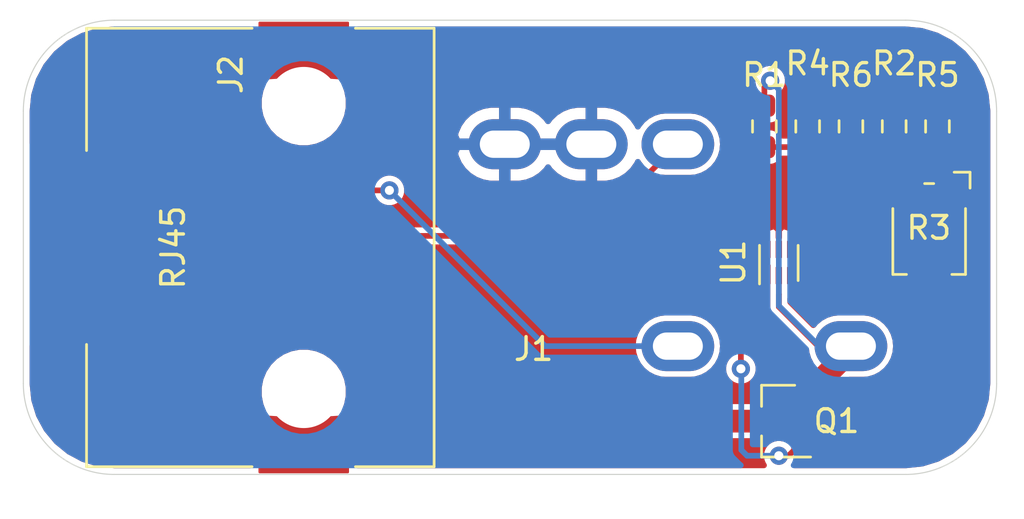
<source format=kicad_pcb>
(kicad_pcb (version 20171130) (host pcbnew "(5.1.10)-1")

  (general
    (thickness 1.6)
    (drawings 8)
    (tracks 51)
    (zones 0)
    (modules 10)
    (nets 14)
  )

  (page A4)
  (layers
    (0 F.Cu signal)
    (31 B.Cu signal)
    (32 B.Adhes user hide)
    (33 F.Adhes user hide)
    (34 B.Paste user hide)
    (35 F.Paste user hide)
    (36 B.SilkS user)
    (37 F.SilkS user)
    (38 B.Mask user hide)
    (39 F.Mask user hide)
    (40 Dwgs.User user hide)
    (41 Cmts.User user hide)
    (42 Eco1.User user hide)
    (43 Eco2.User user hide)
    (44 Edge.Cuts user)
    (45 Margin user hide)
    (46 B.CrtYd user hide)
    (47 F.CrtYd user hide)
    (48 B.Fab user hide)
    (49 F.Fab user hide)
  )

  (setup
    (last_trace_width 0.25)
    (user_trace_width 0.5)
    (user_trace_width 1)
    (trace_clearance 0.2)
    (zone_clearance 0.25)
    (zone_45_only no)
    (trace_min 0.2)
    (via_size 0.8)
    (via_drill 0.4)
    (via_min_size 0.4)
    (via_min_drill 0.3)
    (uvia_size 0.3)
    (uvia_drill 0.1)
    (uvias_allowed no)
    (uvia_min_size 0.2)
    (uvia_min_drill 0.1)
    (edge_width 0.05)
    (segment_width 0.2)
    (pcb_text_width 0.3)
    (pcb_text_size 1.5 1.5)
    (mod_edge_width 0.12)
    (mod_text_size 1 1)
    (mod_text_width 0.15)
    (pad_size 1.524 1.524)
    (pad_drill 0.762)
    (pad_to_mask_clearance 0)
    (aux_axis_origin 0 0)
    (visible_elements 7FFFFFFF)
    (pcbplotparams
      (layerselection 0x010f0_ffffffff)
      (usegerberextensions false)
      (usegerberattributes true)
      (usegerberadvancedattributes true)
      (creategerberjobfile true)
      (excludeedgelayer true)
      (linewidth 0.100000)
      (plotframeref false)
      (viasonmask false)
      (mode 1)
      (useauxorigin false)
      (hpglpennumber 1)
      (hpglpenspeed 20)
      (hpglpendiameter 15.000000)
      (psnegative false)
      (psa4output false)
      (plotreference true)
      (plotvalue true)
      (plotinvisibletext false)
      (padsonsilk false)
      (subtractmaskfromsilk false)
      (outputformat 1)
      (mirror false)
      (drillshape 0)
      (scaleselection 1)
      (outputdirectory "gerbers/"))
  )

  (net 0 "")
  (net 1 "Net-(J2-Pad3)")
  (net 2 /CAN_H)
  (net 3 /CAN_L)
  (net 4 "Net-(J2-Pad6)")
  (net 5 "Net-(Q1-Pad1)")
  (net 6 "Net-(R1-Pad2)")
  (net 7 GND)
  (net 8 /VCC_IN)
  (net 9 /VCC_TO_RELAY)
  (net 10 "Net-(R2-Pad2)")
  (net 11 "Net-(R2-Pad1)")
  (net 12 "Net-(R3-Pad1)")
  (net 13 "Net-(R4-Pad1)")

  (net_class Default "This is the default net class."
    (clearance 0.2)
    (trace_width 0.25)
    (via_dia 0.8)
    (via_drill 0.4)
    (uvia_dia 0.3)
    (uvia_drill 0.1)
    (add_net /CAN_H)
    (add_net /CAN_L)
    (add_net /VCC_IN)
    (add_net /VCC_TO_RELAY)
    (add_net GND)
    (add_net "Net-(J2-Pad3)")
    (add_net "Net-(J2-Pad6)")
    (add_net "Net-(Q1-Pad1)")
    (add_net "Net-(R1-Pad2)")
    (add_net "Net-(R2-Pad1)")
    (add_net "Net-(R2-Pad2)")
    (add_net "Net-(R3-Pad1)")
    (add_net "Net-(R4-Pad1)")
  )

  (module OBDii:OBDii (layer F.Cu) (tedit 61F206F4) (tstamp 61F1D583)
    (at 109.855 60.833)
    (path /61D3C3E0)
    (fp_text reference J1 (at -7.62 5.207) (layer F.SilkS)
      (effects (font (size 1 1) (thickness 0.15)))
    )
    (fp_text value OBD-II (at 7.62 -3.683) (layer F.Fab)
      (effects (font (size 1 1) (thickness 0.15)))
    )
    (pad 6 thru_hole oval (at -1.27 -3.81) (size 3.2 2.2) (drill oval 2.2 1.2) (layers *.Cu *.Mask)
      (net 2 /CAN_H))
    (pad 4 thru_hole oval (at -8.89 -3.81) (size 3.2 2.2) (drill oval 2.2 1.2) (layers *.Cu *.Mask)
      (net 7 GND))
    (pad 14 thru_hole oval (at -1.27 5.08) (size 3.2 2.2) (drill oval 2.2 1.2) (layers *.Cu *.Mask)
      (net 3 /CAN_L))
    (pad 5 thru_hole oval (at -5.08 -3.81) (size 3.2 2.2) (drill oval 2.2 1.2) (layers *.Cu *.Mask)
      (net 7 GND))
    (pad 16 thru_hole oval (at 6.35 5.08) (size 3.2 2.2) (drill oval 2.2 1.2) (layers *.Cu *.Mask)
      (net 8 /VCC_IN))
  )

  (module WE_RJ45:634008137521 (layer F.Cu) (tedit 61F1D161) (tstamp 61E92F46)
    (at 88.9 61.5696 90)
    (path /61D45A73)
    (fp_text reference J2 (at 7.62 0 90) (layer F.SilkS)
      (effects (font (size 1 1) (thickness 0.15)))
    )
    (fp_text value RJ45 (at 0 -2.54 90) (layer F.SilkS)
      (effects (font (size 1 1) (thickness 0.15)))
    )
    (fp_line (start -9.779 -9.3645) (end -9.779 9.0805) (layer F.CrtYd) (width 0.05))
    (fp_line (start -9.779 9.0805) (end 10.1459 9.0805) (layer F.CrtYd) (width 0.05))
    (fp_line (start 10.1459 9.0805) (end 10.1459 -9.3645) (layer F.CrtYd) (width 0.05))
    (fp_line (start 10.1459 -9.3645) (end -9.779 -9.3645) (layer F.CrtYd) (width 0.05))
    (fp_line (start -9.652 8.9535) (end 9.652 8.9535) (layer F.SilkS) (width 0.12))
    (fp_line (start 9.652 8.9535) (end 9.652 5.489342) (layer F.SilkS) (width 0.12))
    (fp_line (start 9.652 -6.35) (end 4.268639 -6.35) (layer F.SilkS) (width 0.12))
    (fp_line (start -9.652 -6.35) (end -9.652 0.937662) (layer F.SilkS) (width 0.12))
    (fp_line (start -9.525 8.8265) (end 9.525 8.8265) (layer F.Fab) (width 0.1))
    (fp_line (start 9.525 8.8265) (end 9.525 -8.8265) (layer F.Fab) (width 0.1))
    (fp_line (start 9.525 -8.8265) (end -9.525 -8.8265) (layer F.Fab) (width 0.1))
    (fp_line (start -9.525 -8.8265) (end -9.525 8.8265) (layer F.Fab) (width 0.1))
    (fp_line (start -4.268639 -6.35) (end -9.652 -6.35) (layer F.SilkS) (width 0.12))
    (fp_line (start -9.652 5.489342) (end -9.652 8.9535) (layer F.SilkS) (width 0.12))
    (fp_line (start 9.652 0.937662) (end 9.652 -6.35) (layer F.SilkS) (width 0.12))
    (fp_poly (pts (xy 7.427976 1.270402) (xy 7.481512 2.081989) (xy 7.680518 2.324478) (xy 7.828392 2.601131)
      (xy 7.919453 2.901318) (xy 7.9502 3.213501) (xy 7.919453 3.525685) (xy 7.828392 3.825871)
      (xy 7.680518 4.102525) (xy 7.481512 4.345013) (xy 7.427976 5.156602) (xy 9.891776 5.156602)
      (xy 9.891776 1.270402)) (layer F.Cu) (width 0.1))
    (fp_poly (pts (xy 7.427976 1.270402) (xy 7.481512 2.081989) (xy 7.680518 2.324478) (xy 7.828392 2.601131)
      (xy 7.919453 2.901318) (xy 7.9502 3.213501) (xy 7.919453 3.525685) (xy 7.828392 3.825871)
      (xy 7.680518 4.102525) (xy 7.481512 4.345013) (xy 7.427976 5.156602) (xy 9.891776 5.156602)
      (xy 9.891776 1.270402)) (layer F.Mask) (width 0.1))
    (fp_line (start -9.779 -9.3645) (end -9.779 9.0805) (layer F.CrtYd) (width 0.05))
    (fp_line (start -9.779 9.0805) (end 10.1459 9.0805) (layer F.CrtYd) (width 0.05))
    (fp_line (start 10.1459 9.0805) (end 10.1459 -9.3645) (layer F.CrtYd) (width 0.05))
    (fp_line (start 10.1459 -9.3645) (end -9.779 -9.3645) (layer F.CrtYd) (width 0.05))
    (fp_poly (pts (xy -7.427976 1.270402) (xy -7.481512 2.081989) (xy -7.680518 2.324478) (xy -7.828392 2.601131)
      (xy -7.919453 2.901318) (xy -7.9502 3.213501) (xy -7.919453 3.525685) (xy -7.828392 3.825871)
      (xy -7.680518 4.102525) (xy -7.481512 4.345013) (xy -7.427976 5.156602) (xy -9.891776 5.156602)
      (xy -9.891776 1.270402)) (layer F.Mask) (width 0.1))
    (fp_poly (pts (xy -7.427976 1.270402) (xy -7.481512 2.081989) (xy -7.680518 2.324478) (xy -7.828392 2.601131)
      (xy -7.919453 2.901318) (xy -7.9502 3.213501) (xy -7.919453 3.525685) (xy -7.828392 3.825871)
      (xy -7.680518 4.102525) (xy -7.481512 4.345013) (xy -7.427976 5.156602) (xy -9.891776 5.156602)
      (xy -9.891776 1.270402)) (layer F.Cu) (width 0.1))
    (fp_poly (pts (xy 7.427976 1.270402) (xy 7.481512 2.081989) (xy 7.680518 2.324478) (xy 7.828392 2.601131)
      (xy 7.919453 2.901318) (xy 7.9502 3.213501) (xy 7.919453 3.525685) (xy 7.828392 3.825871)
      (xy 7.680518 4.102525) (xy 7.481512 4.345013) (xy 7.427976 5.156602) (xy 9.891776 5.156602)
      (xy 9.891776 1.270402)) (layer F.Paste) (width 0.1))
    (fp_poly (pts (xy -7.427976 1.270402) (xy -7.481512 2.081989) (xy -7.680518 2.324478) (xy -7.828392 2.601131)
      (xy -7.919453 2.901318) (xy -7.9502 3.213501) (xy -7.919453 3.525685) (xy -7.828392 3.825871)
      (xy -7.680518 4.102525) (xy -7.481512 4.345013) (xy -7.427976 5.156602) (xy -9.891776 5.156602)
      (xy -9.891776 1.270402)) (layer F.Paste) (width 0.1))
    (fp_circle (center 3.57 -8.4515) (end 3.951 -8.4515) (layer F.Fab) (width 0.1))
    (pad 1 smd rect (at 3.57 -6.5465 90) (size 0.8128 4.4958) (layers F.Cu F.Paste F.Mask)
      (net 7 GND))
    (pad 2 smd rect (at 2.55 -6.5465 90) (size 0.8128 4.4958) (layers F.Cu F.Paste F.Mask)
      (net 3 /CAN_L))
    (pad 3 smd rect (at 1.529999 -6.5465 90) (size 0.8128 4.4958) (layers F.Cu F.Paste F.Mask)
      (net 1 "Net-(J2-Pad3)"))
    (pad 4 smd rect (at 0.509999 -6.5465 90) (size 0.8128 4.4958) (layers F.Cu F.Paste F.Mask)
      (net 2 /CAN_H))
    (pad 5 smd rect (at -0.509999 -6.5465 90) (size 0.8128 4.4958) (layers F.Cu F.Paste F.Mask)
      (net 7 GND))
    (pad 6 smd rect (at -1.529999 -6.5465 90) (size 0.8128 4.4958) (layers F.Cu F.Paste F.Mask)
      (net 4 "Net-(J2-Pad6)"))
    (pad 7 smd rect (at -2.55 -6.5465 90) (size 0.8128 4.4958) (layers F.Cu F.Paste F.Mask)
      (net 9 /VCC_TO_RELAY))
    (pad 8 smd rect (at -3.57 -6.5465 90) (size 0.8128 4.4958) (layers F.Cu F.Paste F.Mask)
      (net 9 /VCC_TO_RELAY))
    (pad 13 np_thru_hole circle (at -6.35 3.213501 90) (size 3.2004 3.2004) (drill 3.2004) (layers *.Cu *.Mask))
    (pad 14 np_thru_hole circle (at 6.35 3.213501 90) (size 3.2004 3.2004) (drill 3.2004) (layers *.Cu *.Mask))
  )

  (module Potentiometer_SMD:Potentiometer_Bourns_TC33X_Vertical (layer F.Cu) (tedit 5C165D15) (tstamp 61F1D294)
    (at 119.65 60.855 270)
    (descr "Potentiometer, Bourns, TC33X, Vertical, https://www.bourns.com/pdfs/TC33.pdf")
    (tags "Potentiometer Bourns TC33X Vertical")
    (path /61F208A2)
    (attr smd)
    (fp_text reference R3 (at -0.149 0.016 180) (layer F.SilkS)
      (effects (font (size 1 1) (thickness 0.15)))
    )
    (fp_text value RTRIM (at 0 2.5 90) (layer F.Fab)
      (effects (font (size 1 1) (thickness 0.15)))
    )
    (fp_circle (center 0 0) (end 1.8 0) (layer Dwgs.User) (width 0.05))
    (fp_line (start -2.65 1.85) (end -2.65 -1.85) (layer F.CrtYd) (width 0.05))
    (fp_line (start 2.45 1.85) (end -2.65 1.85) (layer F.CrtYd) (width 0.05))
    (fp_line (start 2.45 -1.85) (end 2.45 1.85) (layer F.CrtYd) (width 0.05))
    (fp_line (start -2.65 -1.85) (end 2.45 -1.85) (layer F.CrtYd) (width 0.05))
    (fp_line (start -2.6 -1.8) (end -2.6 -1.1) (layer F.SilkS) (width 0.12))
    (fp_line (start -1.9 -1.8) (end -2.6 -1.8) (layer F.SilkS) (width 0.12))
    (fp_line (start 1.9 1.6) (end 1.9 1) (layer F.SilkS) (width 0.12))
    (fp_line (start -1 1.6) (end 1.9 1.6) (layer F.SilkS) (width 0.12))
    (fp_line (start 1.9 -1.6) (end 1.9 -1) (layer F.SilkS) (width 0.12))
    (fp_line (start -1 -1.6) (end 1.9 -1.6) (layer F.SilkS) (width 0.12))
    (fp_line (start -2.1 -0.2) (end -2.1 0.2) (layer F.SilkS) (width 0.12))
    (fp_line (start -1.25 -1.5) (end -2 -0.75) (layer F.Fab) (width 0.1))
    (fp_line (start 1.8 -1.5) (end -1.25 -1.5) (layer F.Fab) (width 0.1))
    (fp_line (start 1.8 1.5) (end 1.8 -1.5) (layer F.Fab) (width 0.1))
    (fp_line (start -2 1.5) (end 1.8 1.5) (layer F.Fab) (width 0.1))
    (fp_line (start -2 -0.75) (end -2 1.5) (layer F.Fab) (width 0.1))
    (fp_circle (center 0 0) (end 1.5 0) (layer F.Fab) (width 0.1))
    (fp_text user %R (at 0 0 90) (layer F.Fab)
      (effects (font (size 0.7 0.7) (thickness 0.105)))
    )
    (fp_text user "Wiper may be\nanywhere within\ncircle shown" (at -0.15 -0.8 90) (layer Cmts.User)
      (effects (font (size 0.15 0.15) (thickness 0.02)))
    )
    (pad 1 smd rect (at -1.8 -1 270) (size 1.2 1.2) (layers F.Cu F.Paste F.Mask)
      (net 12 "Net-(R3-Pad1)"))
    (pad 3 smd rect (at -1.8 1 270) (size 1.2 1.2) (layers F.Cu F.Paste F.Mask))
    (pad 2 smd rect (at 1.45 0 270) (size 1.5 1.6) (layers F.Cu F.Paste F.Mask)
      (net 7 GND))
    (model ${KISYS3DMOD}/Potentiometer_SMD.3dshapes/Potentiometer_Bourns_TC33X_Vertical.wrl
      (at (xyz 0 0 0))
      (scale (xyz 1 1 1))
      (rotate (xyz 0 0 0))
    )
  )

  (module Resistor_SMD:R_0603_1608Metric_Pad0.98x0.95mm_HandSolder (layer F.Cu) (tedit 5F68FEEE) (tstamp 61F1CF56)
    (at 114.3 56.2375 270)
    (descr "Resistor SMD 0603 (1608 Metric), square (rectangular) end terminal, IPC_7351 nominal with elongated pad for handsoldering. (Body size source: IPC-SM-782 page 72, https://www.pcb-3d.com/wordpress/wp-content/uploads/ipc-sm-782a_amendment_1_and_2.pdf), generated with kicad-footprint-generator")
    (tags "resistor handsolder")
    (path /61F1E452)
    (attr smd)
    (fp_text reference R4 (at -2.7705 0 180) (layer F.SilkS)
      (effects (font (size 1 1) (thickness 0.15)))
    )
    (fp_text value "9.1 M" (at 0 1.43 90) (layer F.Fab)
      (effects (font (size 1 1) (thickness 0.15)))
    )
    (fp_line (start 1.65 0.73) (end -1.65 0.73) (layer F.CrtYd) (width 0.05))
    (fp_line (start 1.65 -0.73) (end 1.65 0.73) (layer F.CrtYd) (width 0.05))
    (fp_line (start -1.65 -0.73) (end 1.65 -0.73) (layer F.CrtYd) (width 0.05))
    (fp_line (start -1.65 0.73) (end -1.65 -0.73) (layer F.CrtYd) (width 0.05))
    (fp_line (start -0.254724 0.5225) (end 0.254724 0.5225) (layer F.SilkS) (width 0.12))
    (fp_line (start -0.254724 -0.5225) (end 0.254724 -0.5225) (layer F.SilkS) (width 0.12))
    (fp_line (start 0.8 0.4125) (end -0.8 0.4125) (layer F.Fab) (width 0.1))
    (fp_line (start 0.8 -0.4125) (end 0.8 0.4125) (layer F.Fab) (width 0.1))
    (fp_line (start -0.8 -0.4125) (end 0.8 -0.4125) (layer F.Fab) (width 0.1))
    (fp_line (start -0.8 0.4125) (end -0.8 -0.4125) (layer F.Fab) (width 0.1))
    (fp_text user %R (at 0 0 90) (layer F.Fab)
      (effects (font (size 0.4 0.4) (thickness 0.06)))
    )
    (pad 1 smd roundrect (at -0.9125 0 270) (size 0.975 0.95) (layers F.Cu F.Paste F.Mask) (roundrect_rratio 0.25)
      (net 13 "Net-(R4-Pad1)"))
    (pad 2 smd roundrect (at 0.9125 0 270) (size 0.975 0.95) (layers F.Cu F.Paste F.Mask) (roundrect_rratio 0.25)
      (net 6 "Net-(R1-Pad2)"))
    (model ${KISYS3DMOD}/Resistor_SMD.3dshapes/R_0603_1608Metric.wrl
      (at (xyz 0 0 0))
      (scale (xyz 1 1 1))
      (rotate (xyz 0 0 0))
    )
  )

  (module Package_TO_SOT_SMD:SOT-23 (layer F.Cu) (tedit 5A02FF57) (tstamp 61F1DAD4)
    (at 113.03 69.215 180)
    (descr "SOT-23, Standard")
    (tags SOT-23)
    (path /61D3F2AF)
    (attr smd)
    (fp_text reference Q1 (at -2.54 0) (layer F.SilkS)
      (effects (font (size 1 1) (thickness 0.15)))
    )
    (fp_text value SI2347DS-T1-GE3 (at 0 2.5) (layer F.Fab)
      (effects (font (size 1 1) (thickness 0.15)))
    )
    (fp_line (start 0.76 1.58) (end -0.7 1.58) (layer F.SilkS) (width 0.12))
    (fp_line (start 0.76 -1.58) (end -1.4 -1.58) (layer F.SilkS) (width 0.12))
    (fp_line (start -1.7 1.75) (end -1.7 -1.75) (layer F.CrtYd) (width 0.05))
    (fp_line (start 1.7 1.75) (end -1.7 1.75) (layer F.CrtYd) (width 0.05))
    (fp_line (start 1.7 -1.75) (end 1.7 1.75) (layer F.CrtYd) (width 0.05))
    (fp_line (start -1.7 -1.75) (end 1.7 -1.75) (layer F.CrtYd) (width 0.05))
    (fp_line (start 0.76 -1.58) (end 0.76 -0.65) (layer F.SilkS) (width 0.12))
    (fp_line (start 0.76 1.58) (end 0.76 0.65) (layer F.SilkS) (width 0.12))
    (fp_line (start -0.7 1.52) (end 0.7 1.52) (layer F.Fab) (width 0.1))
    (fp_line (start 0.7 -1.52) (end 0.7 1.52) (layer F.Fab) (width 0.1))
    (fp_line (start -0.7 -0.95) (end -0.15 -1.52) (layer F.Fab) (width 0.1))
    (fp_line (start -0.15 -1.52) (end 0.7 -1.52) (layer F.Fab) (width 0.1))
    (fp_line (start -0.7 -0.95) (end -0.7 1.5) (layer F.Fab) (width 0.1))
    (fp_text user %R (at 0 0 90) (layer F.Fab)
      (effects (font (size 0.5 0.5) (thickness 0.075)))
    )
    (pad 1 smd rect (at -1 -0.95 180) (size 0.9 0.8) (layers F.Cu F.Paste F.Mask)
      (net 5 "Net-(Q1-Pad1)"))
    (pad 2 smd rect (at -1 0.95 180) (size 0.9 0.8) (layers F.Cu F.Paste F.Mask)
      (net 8 /VCC_IN))
    (pad 3 smd rect (at 1 0 180) (size 0.9 0.8) (layers F.Cu F.Paste F.Mask)
      (net 9 /VCC_TO_RELAY))
    (model ${KISYS3DMOD}/Package_TO_SOT_SMD.3dshapes/SOT-23.wrl
      (at (xyz 0 0 0))
      (scale (xyz 1 1 1))
      (rotate (xyz 0 0 0))
    )
  )

  (module Resistor_SMD:R_0603_1608Metric_Pad0.98x0.95mm_HandSolder (layer F.Cu) (tedit 5F68FEEE) (tstamp 61F1C9CC)
    (at 112.395 56.2375 270)
    (descr "Resistor SMD 0603 (1608 Metric), square (rectangular) end terminal, IPC_7351 nominal with elongated pad for handsoldering. (Body size source: IPC-SM-782 page 72, https://www.pcb-3d.com/wordpress/wp-content/uploads/ipc-sm-782a_amendment_1_and_2.pdf), generated with kicad-footprint-generator")
    (tags "resistor handsolder")
    (path /61D43545)
    (attr smd)
    (fp_text reference R1 (at -2.2625 0 180) (layer F.SilkS)
      (effects (font (size 1 1) (thickness 0.15)))
    )
    (fp_text value "9.1 M" (at 0 1.43 90) (layer F.Fab)
      (effects (font (size 1 1) (thickness 0.15)))
    )
    (fp_line (start 1.65 0.73) (end -1.65 0.73) (layer F.CrtYd) (width 0.05))
    (fp_line (start 1.65 -0.73) (end 1.65 0.73) (layer F.CrtYd) (width 0.05))
    (fp_line (start -1.65 -0.73) (end 1.65 -0.73) (layer F.CrtYd) (width 0.05))
    (fp_line (start -1.65 0.73) (end -1.65 -0.73) (layer F.CrtYd) (width 0.05))
    (fp_line (start -0.254724 0.5225) (end 0.254724 0.5225) (layer F.SilkS) (width 0.12))
    (fp_line (start -0.254724 -0.5225) (end 0.254724 -0.5225) (layer F.SilkS) (width 0.12))
    (fp_line (start 0.8 0.4125) (end -0.8 0.4125) (layer F.Fab) (width 0.1))
    (fp_line (start 0.8 -0.4125) (end 0.8 0.4125) (layer F.Fab) (width 0.1))
    (fp_line (start -0.8 -0.4125) (end 0.8 -0.4125) (layer F.Fab) (width 0.1))
    (fp_line (start -0.8 0.4125) (end -0.8 -0.4125) (layer F.Fab) (width 0.1))
    (fp_text user %R (at 0 0 90) (layer F.Fab)
      (effects (font (size 0.4 0.4) (thickness 0.06)))
    )
    (pad 1 smd roundrect (at -0.9125 0 270) (size 0.975 0.95) (layers F.Cu F.Paste F.Mask) (roundrect_rratio 0.25)
      (net 8 /VCC_IN))
    (pad 2 smd roundrect (at 0.9125 0 270) (size 0.975 0.95) (layers F.Cu F.Paste F.Mask) (roundrect_rratio 0.25)
      (net 6 "Net-(R1-Pad2)"))
    (model ${KISYS3DMOD}/Resistor_SMD.3dshapes/R_0603_1608Metric.wrl
      (at (xyz 0 0 0))
      (scale (xyz 1 1 1))
      (rotate (xyz 0 0 0))
    )
  )

  (module Resistor_SMD:R_0603_1608Metric_Pad0.98x0.95mm_HandSolder (layer F.Cu) (tedit 5F68FEEE) (tstamp 61F1DD1E)
    (at 118.11 56.2375 90)
    (descr "Resistor SMD 0603 (1608 Metric), square (rectangular) end terminal, IPC_7351 nominal with elongated pad for handsoldering. (Body size source: IPC-SM-782 page 72, https://www.pcb-3d.com/wordpress/wp-content/uploads/ipc-sm-782a_amendment_1_and_2.pdf), generated with kicad-footprint-generator")
    (tags "resistor handsolder")
    (path /61D439C5)
    (attr smd)
    (fp_text reference R2 (at 2.7705 0 180) (layer F.SilkS)
      (effects (font (size 1 1) (thickness 0.15)))
    )
    (fp_text value 620k (at 0 1.43 90) (layer F.Fab)
      (effects (font (size 1 1) (thickness 0.15)))
    )
    (fp_line (start -0.8 0.4125) (end -0.8 -0.4125) (layer F.Fab) (width 0.1))
    (fp_line (start -0.8 -0.4125) (end 0.8 -0.4125) (layer F.Fab) (width 0.1))
    (fp_line (start 0.8 -0.4125) (end 0.8 0.4125) (layer F.Fab) (width 0.1))
    (fp_line (start 0.8 0.4125) (end -0.8 0.4125) (layer F.Fab) (width 0.1))
    (fp_line (start -0.254724 -0.5225) (end 0.254724 -0.5225) (layer F.SilkS) (width 0.12))
    (fp_line (start -0.254724 0.5225) (end 0.254724 0.5225) (layer F.SilkS) (width 0.12))
    (fp_line (start -1.65 0.73) (end -1.65 -0.73) (layer F.CrtYd) (width 0.05))
    (fp_line (start -1.65 -0.73) (end 1.65 -0.73) (layer F.CrtYd) (width 0.05))
    (fp_line (start 1.65 -0.73) (end 1.65 0.73) (layer F.CrtYd) (width 0.05))
    (fp_line (start 1.65 0.73) (end -1.65 0.73) (layer F.CrtYd) (width 0.05))
    (fp_text user %R (at 0 0 90) (layer F.Fab)
      (effects (font (size 0.4 0.4) (thickness 0.06)))
    )
    (pad 2 smd roundrect (at 0.9125 0 90) (size 0.975 0.95) (layers F.Cu F.Paste F.Mask) (roundrect_rratio 0.25)
      (net 10 "Net-(R2-Pad2)"))
    (pad 1 smd roundrect (at -0.9125 0 90) (size 0.975 0.95) (layers F.Cu F.Paste F.Mask) (roundrect_rratio 0.25)
      (net 11 "Net-(R2-Pad1)"))
    (model ${KISYS3DMOD}/Resistor_SMD.3dshapes/R_0603_1608Metric.wrl
      (at (xyz 0 0 0))
      (scale (xyz 1 1 1))
      (rotate (xyz 0 0 0))
    )
  )

  (module Resistor_SMD:R_0603_1608Metric_Pad0.98x0.95mm_HandSolder (layer F.Cu) (tedit 5F68FEEE) (tstamp 61F1DD93)
    (at 120.015 56.2375 90)
    (descr "Resistor SMD 0603 (1608 Metric), square (rectangular) end terminal, IPC_7351 nominal with elongated pad for handsoldering. (Body size source: IPC-SM-782 page 72, https://www.pcb-3d.com/wordpress/wp-content/uploads/ipc-sm-782a_amendment_1_and_2.pdf), generated with kicad-footprint-generator")
    (tags "resistor handsolder")
    (path /61F26D2C)
    (attr smd)
    (fp_text reference R5 (at 2.2625 0 180) (layer F.SilkS)
      (effects (font (size 1 1) (thickness 0.15)))
    )
    (fp_text value R (at 0 1.43 90) (layer F.Fab)
      (effects (font (size 1 1) (thickness 0.15)))
    )
    (fp_line (start -0.8 0.4125) (end -0.8 -0.4125) (layer F.Fab) (width 0.1))
    (fp_line (start -0.8 -0.4125) (end 0.8 -0.4125) (layer F.Fab) (width 0.1))
    (fp_line (start 0.8 -0.4125) (end 0.8 0.4125) (layer F.Fab) (width 0.1))
    (fp_line (start 0.8 0.4125) (end -0.8 0.4125) (layer F.Fab) (width 0.1))
    (fp_line (start -0.254724 -0.5225) (end 0.254724 -0.5225) (layer F.SilkS) (width 0.12))
    (fp_line (start -0.254724 0.5225) (end 0.254724 0.5225) (layer F.SilkS) (width 0.12))
    (fp_line (start -1.65 0.73) (end -1.65 -0.73) (layer F.CrtYd) (width 0.05))
    (fp_line (start -1.65 -0.73) (end 1.65 -0.73) (layer F.CrtYd) (width 0.05))
    (fp_line (start 1.65 -0.73) (end 1.65 0.73) (layer F.CrtYd) (width 0.05))
    (fp_line (start 1.65 0.73) (end -1.65 0.73) (layer F.CrtYd) (width 0.05))
    (fp_text user %R (at 0 0 90) (layer F.Fab)
      (effects (font (size 0.4 0.4) (thickness 0.06)))
    )
    (pad 2 smd roundrect (at 0.9125 0 90) (size 0.975 0.95) (layers F.Cu F.Paste F.Mask) (roundrect_rratio 0.25)
      (net 10 "Net-(R2-Pad2)"))
    (pad 1 smd roundrect (at -0.9125 0 90) (size 0.975 0.95) (layers F.Cu F.Paste F.Mask) (roundrect_rratio 0.25)
      (net 12 "Net-(R3-Pad1)"))
    (model ${KISYS3DMOD}/Resistor_SMD.3dshapes/R_0603_1608Metric.wrl
      (at (xyz 0 0 0))
      (scale (xyz 1 1 1))
      (rotate (xyz 0 0 0))
    )
  )

  (module Resistor_SMD:R_0603_1608Metric_Pad0.98x0.95mm_HandSolder (layer F.Cu) (tedit 5F68FEEE) (tstamp 61F1D09F)
    (at 116.205 56.2375 270)
    (descr "Resistor SMD 0603 (1608 Metric), square (rectangular) end terminal, IPC_7351 nominal with elongated pad for handsoldering. (Body size source: IPC-SM-782 page 72, https://www.pcb-3d.com/wordpress/wp-content/uploads/ipc-sm-782a_amendment_1_and_2.pdf), generated with kicad-footprint-generator")
    (tags "resistor handsolder")
    (path /61F263FF)
    (attr smd)
    (fp_text reference R6 (at -2.2625 0 180) (layer F.SilkS)
      (effects (font (size 1 1) (thickness 0.15)))
    )
    (fp_text value R (at 0 1.43 90) (layer F.Fab)
      (effects (font (size 1 1) (thickness 0.15)))
    )
    (fp_line (start 1.65 0.73) (end -1.65 0.73) (layer F.CrtYd) (width 0.05))
    (fp_line (start 1.65 -0.73) (end 1.65 0.73) (layer F.CrtYd) (width 0.05))
    (fp_line (start -1.65 -0.73) (end 1.65 -0.73) (layer F.CrtYd) (width 0.05))
    (fp_line (start -1.65 0.73) (end -1.65 -0.73) (layer F.CrtYd) (width 0.05))
    (fp_line (start -0.254724 0.5225) (end 0.254724 0.5225) (layer F.SilkS) (width 0.12))
    (fp_line (start -0.254724 -0.5225) (end 0.254724 -0.5225) (layer F.SilkS) (width 0.12))
    (fp_line (start 0.8 0.4125) (end -0.8 0.4125) (layer F.Fab) (width 0.1))
    (fp_line (start 0.8 -0.4125) (end 0.8 0.4125) (layer F.Fab) (width 0.1))
    (fp_line (start -0.8 -0.4125) (end 0.8 -0.4125) (layer F.Fab) (width 0.1))
    (fp_line (start -0.8 0.4125) (end -0.8 -0.4125) (layer F.Fab) (width 0.1))
    (fp_text user %R (at 0 0 90) (layer F.Fab)
      (effects (font (size 0.4 0.4) (thickness 0.06)))
    )
    (pad 1 smd roundrect (at -0.9125 0 270) (size 0.975 0.95) (layers F.Cu F.Paste F.Mask) (roundrect_rratio 0.25)
      (net 13 "Net-(R4-Pad1)"))
    (pad 2 smd roundrect (at 0.9125 0 270) (size 0.975 0.95) (layers F.Cu F.Paste F.Mask) (roundrect_rratio 0.25)
      (net 11 "Net-(R2-Pad1)"))
    (model ${KISYS3DMOD}/Resistor_SMD.3dshapes/R_0603_1608Metric.wrl
      (at (xyz 0 0 0))
      (scale (xyz 1 1 1))
      (rotate (xyz 0 0 0))
    )
  )

  (module Package_SON:WSON-6_1.5x1.5mm_P0.5mm (layer F.Cu) (tedit 5A02F1D8) (tstamp 61F1F42D)
    (at 113.03 62.23 90)
    (descr "WSON6, http://www.ti.com/lit/ds/symlink/tlv702.pdf")
    (tags WSON6_1.5x1.5mm_P0.5mm)
    (path /61F2FC35)
    (attr smd)
    (fp_text reference U1 (at 0 -2 90) (layer F.SilkS)
      (effects (font (size 1 1) (thickness 0.15)))
    )
    (fp_text value TVL6703-Q1 (at 0 2 90) (layer F.Fab)
      (effects (font (size 1 1) (thickness 0.15)))
    )
    (fp_line (start -0.945 -0.85) (end 0.755 -0.85) (layer F.SilkS) (width 0.12))
    (fp_line (start -0.795 0.85) (end 0.755 0.85) (layer F.SilkS) (width 0.12))
    (fp_line (start -0.495 -0.78) (end -0.775 -0.5) (layer F.Fab) (width 0.1))
    (fp_line (start 0.785 -0.78) (end -0.495 -0.78) (layer F.Fab) (width 0.1))
    (fp_line (start -0.775 -0.5) (end -0.775 0.78) (layer F.Fab) (width 0.1))
    (fp_line (start -0.775 0.78) (end 0.785 0.78) (layer F.Fab) (width 0.1))
    (fp_line (start 0.785 -0.78) (end 0.785 0.78) (layer F.Fab) (width 0.1))
    (fp_line (start 1.2 -1.02) (end 1.2 1.02) (layer F.CrtYd) (width 0.05))
    (fp_line (start 1.2 -1.02) (end -1.2 -1.02) (layer F.CrtYd) (width 0.05))
    (fp_line (start -1.2 1.02) (end 1.2 1.02) (layer F.CrtYd) (width 0.05))
    (fp_line (start -1.2 1.02) (end -1.2 -1.02) (layer F.CrtYd) (width 0.05))
    (fp_text user %R (at 0.005 0 90) (layer F.Fab)
      (effects (font (size 0.4 0.4) (thickness 0.05)))
    )
    (pad 1 smd rect (at -0.525 -0.5) (size 0.28 0.85) (layers F.Cu F.Paste F.Mask)
      (net 7 GND))
    (pad 2 smd rect (at -0.575 0) (size 0.28 0.75) (layers F.Cu F.Paste F.Mask)
      (net 8 /VCC_IN))
    (pad 3 smd rect (at -0.575 0.5) (size 0.28 0.75) (layers F.Cu F.Paste F.Mask)
      (net 7 GND))
    (pad 4 smd rect (at 0.575 0.5) (size 0.28 0.75) (layers F.Cu F.Paste F.Mask)
      (net 11 "Net-(R2-Pad1)"))
    (pad 5 smd rect (at 0.575 0) (size 0.28 0.75) (layers F.Cu F.Paste F.Mask)
      (net 7 GND))
    (pad 6 smd rect (at 0.575 -0.5) (size 0.28 0.75) (layers F.Cu F.Paste F.Mask)
      (net 5 "Net-(Q1-Pad1)"))
    (model ${KISYS3DMOD}/Package_SON.3dshapes/WSON-6_1.5x1.5mm_P0.5mm.wrl
      (at (xyz 0 0 0))
      (scale (xyz 1 1 1))
      (rotate (xyz 0 0 0))
    )
  )

  (gr_line (start 122.618001 67.562) (end 122.618001 55.562) (layer Edge.Cuts) (width 0.05))
  (gr_line (start 79.768001 55.562) (end 79.768001 67.562) (layer Edge.Cuts) (width 0.05))
  (gr_arc (start 83.768001 55.562001) (end 83.768002 51.562001) (angle -90) (layer Edge.Cuts) (width 0.05))
  (gr_line (start 83.768002 71.562) (end 118.618001 71.561999) (layer Edge.Cuts) (width 0.05))
  (gr_arc (start 118.618 55.562001) (end 122.618001 55.562) (angle -90) (layer Edge.Cuts) (width 0.05))
  (gr_arc (start 118.618001 67.561999) (end 118.618001 71.561999) (angle -90) (layer Edge.Cuts) (width 0.05))
  (gr_arc (start 83.768001 67.562) (end 79.768001 67.562) (angle -90) (layer Edge.Cuts) (width 0.05))
  (gr_line (start 118.618 51.562) (end 83.768002 51.562001) (layer Edge.Cuts) (width 0.05))

  (segment (start 104.548399 61.059601) (end 82.3535 61.059601) (width 0.25) (layer F.Cu) (net 2))
  (segment (start 108.585 57.023) (end 104.548399 61.059601) (width 0.25) (layer F.Cu) (net 2))
  (segment (start 102.743 65.913) (end 95.885 59.055) (width 0.25) (layer B.Cu) (net 3))
  (via (at 95.885 59.055) (size 0.8) (drill 0.4) (layers F.Cu B.Cu) (net 3))
  (segment (start 108.585 65.913) (end 102.743 65.913) (width 0.25) (layer B.Cu) (net 3))
  (segment (start 82.3889 59.055) (end 82.3535 59.0196) (width 0.25) (layer F.Cu) (net 3))
  (segment (start 95.885 59.055) (end 82.3889 59.055) (width 0.25) (layer F.Cu) (net 3))
  (segment (start 111.360001 62.824999) (end 112.53 61.655) (width 0.25) (layer F.Cu) (net 5))
  (segment (start 111.360001 66.910001) (end 111.360001 66.910001) (width 0.25) (layer F.Cu) (net 5))
  (via (at 113.03 70.739) (size 0.8) (drill 0.4) (layers F.Cu B.Cu) (net 5))
  (segment (start 111.360001 66.910001) (end 111.360001 62.824999) (width 0.25) (layer F.Cu) (net 5) (tstamp 61F2085B))
  (via (at 111.360001 66.910001) (size 0.8) (drill 0.4) (layers F.Cu B.Cu) (net 5))
  (segment (start 111.379 66.929) (end 111.360001 66.910001) (width 0.25) (layer B.Cu) (net 5))
  (segment (start 111.379 70.485) (end 111.379 66.929) (width 0.25) (layer B.Cu) (net 5))
  (segment (start 111.633 70.739) (end 111.379 70.485) (width 0.25) (layer B.Cu) (net 5))
  (segment (start 113.03 70.739) (end 111.633 70.739) (width 0.25) (layer B.Cu) (net 5))
  (segment (start 113.03 70.739) (end 113.456 70.739) (width 0.25) (layer F.Cu) (net 5))
  (segment (start 113.456 70.739) (end 114.03 70.165) (width 0.25) (layer F.Cu) (net 5))
  (segment (start 114.3 57.15) (end 112.395 57.15) (width 0.25) (layer F.Cu) (net 6))
  (segment (start 88.9 52.07) (end 95.25 52.07) (width 0.25) (layer F.Cu) (net 7))
  (segment (start 88.9 71.12) (end 95.25 71.12) (width 0.25) (layer F.Cu) (net 7))
  (segment (start 112.53 62.755) (end 112.53 63.111) (width 0.25) (layer F.Cu) (net 7))
  (segment (start 112.53 62.755) (end 112.53 63.746) (width 0.25) (layer F.Cu) (net 7))
  (segment (start 113.03 61.655) (end 113.03 60.579) (width 0.25) (layer F.Cu) (net 7))
  (segment (start 114.763 65.913) (end 116.205 65.913) (width 0.25) (layer F.Cu) (net 8))
  (segment (start 113.03 64.18) (end 114.763 65.913) (width 0.25) (layer F.Cu) (net 8))
  (segment (start 113.03 63.63) (end 113.03 64.18) (width 0.25) (layer F.Cu) (net 8))
  (segment (start 113.03 64.135) (end 113.03 63.63) (width 0.25) (layer F.Cu) (net 8))
  (segment (start 116.205 66.09) (end 114.03 68.265) (width 1) (layer F.Cu) (net 8))
  (segment (start 116.205 65.913) (end 116.205 66.09) (width 1) (layer F.Cu) (net 8))
  (segment (start 113.03 64.135) (end 113.03 54.61) (width 0.25) (layer B.Cu) (net 8))
  (segment (start 113.03 63.63) (end 113.03 62.805) (width 0.25) (layer F.Cu) (net 8))
  (segment (start 114.808 65.913) (end 113.03 64.135) (width 0.25) (layer B.Cu) (net 8))
  (segment (start 116.205 65.913) (end 114.808 65.913) (width 0.25) (layer B.Cu) (net 8))
  (via (at 112.649 54.229) (size 0.8) (drill 0.4) (layers F.Cu B.Cu) (net 8))
  (segment (start 113.03 54.61) (end 112.649 54.229) (width 0.25) (layer B.Cu) (net 8))
  (segment (start 112.395 54.483) (end 112.649 54.229) (width 0.25) (layer F.Cu) (net 8))
  (segment (start 112.395 55.325) (end 112.395 54.483) (width 0.25) (layer F.Cu) (net 8))
  (segment (start 112.03 69.215) (end 99.06 69.215) (width 1) (layer F.Cu) (net 9))
  (segment (start 99.06 69.215) (end 94.615 64.77) (width 1) (layer F.Cu) (net 9))
  (segment (start 94.615 64.77) (end 82.55 64.77) (width 1) (layer F.Cu) (net 9))
  (segment (start 82.3535 64.9665) (end 82.55 64.77) (width 0.25) (layer F.Cu) (net 9))
  (segment (start 82.3535 65.1396) (end 82.3535 64.9665) (width 0.25) (layer F.Cu) (net 9))
  (segment (start 82.3535 65.1396) (end 82.3535 64.1196) (width 0.25) (layer F.Cu) (net 9))
  (segment (start 118.11 55.325) (end 120.015 55.325) (width 0.25) (layer F.Cu) (net 10))
  (segment (start 116.205 57.15) (end 118.11 57.15) (width 0.25) (layer F.Cu) (net 11))
  (segment (start 116.205 58.98) (end 113.53 61.655) (width 0.25) (layer F.Cu) (net 11))
  (segment (start 116.205 57.15) (end 116.205 58.98) (width 0.25) (layer F.Cu) (net 11))
  (segment (start 120.015 57.15) (end 120.65 57.785) (width 0.25) (layer F.Cu) (net 12))
  (segment (start 120.65 57.785) (end 120.65 59.055) (width 0.25) (layer F.Cu) (net 12))
  (segment (start 116.205 55.325) (end 114.3 55.325) (width 0.25) (layer F.Cu) (net 13))

  (zone (net 7) (net_name GND) (layer F.Cu) (tstamp 61F2B802) (hatch edge 0.508)
    (connect_pads (clearance 0.25))
    (min_thickness 0.254)
    (fill yes (arc_segments 32) (thermal_gap 0.508) (thermal_bridge_width 0.508))
    (polygon
      (pts
        (xy 123.19 72.39) (xy 79.375 72.39) (xy 79.375 50.8) (xy 123.19 50.8)
      )
    )
    (filled_polygon
      (pts
        (xy 119.31648 52.034414) (xy 119.988355 52.237265) (xy 120.608035 52.566755) (xy 121.151914 53.010331) (xy 121.599278 53.551098)
        (xy 121.933087 54.168466) (xy 122.140624 54.838909) (xy 122.215977 55.555838) (xy 122.216002 55.563108) (xy 122.216001 67.542343)
        (xy 122.145587 68.260479) (xy 121.942736 68.932353) (xy 121.613245 69.552037) (xy 121.169668 70.095915) (xy 120.628903 70.543276)
        (xy 120.011534 70.877086) (xy 119.341092 71.084622) (xy 118.624163 71.159975) (xy 118.61718 71.159999) (xy 113.733285 71.159999)
        (xy 113.736245 71.158417) (xy 113.812684 71.095684) (xy 113.828401 71.076533) (xy 113.961111 70.943824) (xy 114.48 70.943824)
        (xy 114.553905 70.936545) (xy 114.62497 70.914988) (xy 114.690463 70.879981) (xy 114.747869 70.832869) (xy 114.794981 70.775463)
        (xy 114.829988 70.70997) (xy 114.851545 70.638905) (xy 114.858824 70.565) (xy 114.858824 69.765) (xy 114.851545 69.691095)
        (xy 114.829988 69.62003) (xy 114.794981 69.554537) (xy 114.747869 69.497131) (xy 114.690463 69.450019) (xy 114.62497 69.415012)
        (xy 114.553905 69.393455) (xy 114.48 69.386176) (xy 113.58 69.386176) (xy 113.506095 69.393455) (xy 113.43503 69.415012)
        (xy 113.369537 69.450019) (xy 113.312131 69.497131) (xy 113.265019 69.554537) (xy 113.230012 69.62003) (xy 113.208455 69.691095)
        (xy 113.201176 69.765) (xy 113.201176 69.980826) (xy 113.106528 69.962) (xy 112.953472 69.962) (xy 112.803357 69.991859)
        (xy 112.661952 70.050431) (xy 112.534691 70.135464) (xy 112.426464 70.243691) (xy 112.341431 70.370952) (xy 112.282859 70.512357)
        (xy 112.253 70.662472) (xy 112.253 70.815528) (xy 112.282859 70.965643) (xy 112.341431 71.107048) (xy 112.376812 71.159999)
        (xy 94.483602 71.16) (xy 94.483602 68.997576) (xy 94.482373 68.985038) (xy 94.482862 68.972445) (xy 94.478314 68.943647)
        (xy 94.47547 68.914638) (xy 94.471829 68.902578) (xy 94.469863 68.89013) (xy 94.459807 68.862759) (xy 94.451383 68.834859)
        (xy 94.44547 68.823738) (xy 94.441123 68.811907) (xy 94.425941 68.787009) (xy 94.412259 68.761278) (xy 94.404297 68.751515)
        (xy 94.397736 68.740756) (xy 94.378015 68.71929) (xy 94.359589 68.696697) (xy 94.349879 68.688665) (xy 94.341356 68.679387)
        (xy 94.317837 68.662157) (xy 94.295377 68.643577) (xy 94.284296 68.637585) (xy 94.27413 68.630138) (xy 94.247715 68.617806)
        (xy 94.222071 68.60394) (xy 94.210033 68.600214) (xy 94.198617 68.594884) (xy 94.170313 68.587918) (xy 94.142462 68.579297)
        (xy 94.12993 68.57798) (xy 94.117696 68.574969) (xy 94.088579 68.573634) (xy 94.059583 68.570586) (xy 94.047033 68.571728)
        (xy 94.034448 68.571151) (xy 94.028496 68.571502) (xy 93.982318 68.574548) (xy 94.014718 68.496328) (xy 94.090701 68.114337)
        (xy 94.090701 67.724863) (xy 94.014718 67.342872) (xy 93.865673 66.983045) (xy 93.649293 66.659208) (xy 93.373893 66.383808)
        (xy 93.050056 66.167428) (xy 92.690229 66.018383) (xy 92.308238 65.9424) (xy 91.918764 65.9424) (xy 91.536773 66.018383)
        (xy 91.176946 66.167428) (xy 90.853109 66.383808) (xy 90.577709 66.659208) (xy 90.361329 66.983045) (xy 90.212284 67.342872)
        (xy 90.136301 67.724863) (xy 90.136301 68.114337) (xy 90.212284 68.496328) (xy 90.244684 68.574548) (xy 90.198508 68.571502)
        (xy 90.185917 68.571903) (xy 90.173383 68.570586) (xy 90.144349 68.573228) (xy 90.115214 68.574157) (xy 90.102939 68.576997)
        (xy 90.09039 68.578139) (xy 90.062417 68.586372) (xy 90.034023 68.592941) (xy 90.022538 68.598109) (xy 90.010445 68.601668)
        (xy 89.984603 68.615178) (xy 89.958026 68.627137) (xy 89.947759 68.634441) (xy 89.936593 68.640278) (xy 89.913876 68.658543)
        (xy 89.890119 68.675442) (xy 89.881466 68.684601) (xy 89.871646 68.692496) (xy 89.852908 68.714827) (xy 89.832887 68.736018)
        (xy 89.826176 68.746685) (xy 89.818079 68.756335) (xy 89.804039 68.781874) (xy 89.788511 68.806556) (xy 89.784 68.818324)
        (xy 89.777931 68.829363) (xy 89.769117 68.857148) (xy 89.758682 68.88437) (xy 89.756543 68.896788) (xy 89.752733 68.908798)
        (xy 89.749485 68.937758) (xy 89.744534 68.966496) (xy 89.744848 68.979099) (xy 89.743444 68.991614) (xy 89.743402 68.997576)
        (xy 89.743402 71.160001) (xy 83.787668 71.160001) (xy 83.069521 71.089586) (xy 82.397647 70.886735) (xy 81.777963 70.557244)
        (xy 81.234085 70.113667) (xy 80.786724 69.572902) (xy 80.452914 68.955533) (xy 80.245378 68.285091) (xy 80.170025 67.568162)
        (xy 80.170001 67.56118) (xy 80.170001 65.924824) (xy 84.6014 65.924824) (xy 84.675305 65.917545) (xy 84.74637 65.895988)
        (xy 84.811863 65.860981) (xy 84.869269 65.813869) (xy 84.916381 65.756463) (xy 84.951388 65.69097) (xy 84.964726 65.647)
        (xy 94.251735 65.647) (xy 98.409403 69.804668) (xy 98.436867 69.838133) (xy 98.570408 69.947727) (xy 98.722763 70.029162)
        (xy 98.888078 70.07931) (xy 99.016921 70.092) (xy 99.01693 70.092) (xy 99.059999 70.096242) (xy 99.103069 70.092)
        (xy 112.073079 70.092) (xy 112.201922 70.07931) (xy 112.367237 70.029162) (xy 112.43335 69.993824) (xy 112.48 69.993824)
        (xy 112.553905 69.986545) (xy 112.62497 69.964988) (xy 112.690463 69.929981) (xy 112.747869 69.882869) (xy 112.794981 69.825463)
        (xy 112.829988 69.75997) (xy 112.851545 69.688905) (xy 112.858824 69.615) (xy 112.858824 69.503903) (xy 112.89431 69.386922)
        (xy 112.911243 69.215) (xy 112.89431 69.043078) (xy 112.858824 68.926097) (xy 112.858824 68.815) (xy 112.851545 68.741095)
        (xy 112.829988 68.67003) (xy 112.794981 68.604537) (xy 112.747869 68.547131) (xy 112.690463 68.500019) (xy 112.62497 68.465012)
        (xy 112.553905 68.443455) (xy 112.48 68.436176) (xy 112.43335 68.436176) (xy 112.367237 68.400838) (xy 112.201922 68.35069)
        (xy 112.073079 68.338) (xy 99.423265 68.338) (xy 96.998265 65.913) (xy 106.600854 65.913) (xy 106.629371 66.202543)
        (xy 106.713828 66.480958) (xy 106.850978 66.737547) (xy 107.03555 66.96245) (xy 107.260453 67.147022) (xy 107.517042 67.284172)
        (xy 107.795457 67.368629) (xy 108.012444 67.39) (xy 109.157556 67.39) (xy 109.374543 67.368629) (xy 109.652958 67.284172)
        (xy 109.909547 67.147022) (xy 110.13445 66.96245) (xy 110.240298 66.833473) (xy 110.583001 66.833473) (xy 110.583001 66.986529)
        (xy 110.61286 67.136644) (xy 110.671432 67.278049) (xy 110.756465 67.40531) (xy 110.864692 67.513537) (xy 110.991953 67.59857)
        (xy 111.133358 67.657142) (xy 111.283473 67.687001) (xy 111.436529 67.687001) (xy 111.586644 67.657142) (xy 111.728049 67.59857)
        (xy 111.85531 67.513537) (xy 111.963537 67.40531) (xy 112.04857 67.278049) (xy 112.107142 67.136644) (xy 112.137001 66.986529)
        (xy 112.137001 66.833473) (xy 112.107142 66.683358) (xy 112.04857 66.541953) (xy 111.963537 66.414692) (xy 111.862001 66.313156)
        (xy 111.862001 63.535796) (xy 111.929274 63.621438) (xy 112.024247 63.702839) (xy 112.133275 63.764147) (xy 112.25217 63.803008)
        (xy 112.35825 63.815) (xy 112.402998 63.770252) (xy 112.402998 63.815) (xy 112.528 63.815) (xy 112.528 64.155357)
        (xy 112.525573 64.18) (xy 112.535265 64.278409) (xy 112.56397 64.373036) (xy 112.610584 64.460245) (xy 112.657601 64.517535)
        (xy 112.657604 64.517538) (xy 112.673317 64.536684) (xy 112.692463 64.552397) (xy 114.239185 66.09912) (xy 114.249371 66.202543)
        (xy 114.333828 66.480958) (xy 114.417409 66.637326) (xy 113.567309 67.487426) (xy 113.506095 67.493455) (xy 113.43503 67.515012)
        (xy 113.369537 67.550019) (xy 113.312131 67.597131) (xy 113.265019 67.654537) (xy 113.230012 67.72003) (xy 113.208455 67.791095)
        (xy 113.201176 67.865) (xy 113.201176 67.976098) (xy 113.16569 68.093078) (xy 113.148757 68.265) (xy 113.16569 68.436922)
        (xy 113.201176 68.553902) (xy 113.201176 68.665) (xy 113.208455 68.738905) (xy 113.230012 68.80997) (xy 113.265019 68.875463)
        (xy 113.312131 68.932869) (xy 113.369537 68.979981) (xy 113.43503 69.014988) (xy 113.506095 69.036545) (xy 113.58 69.043824)
        (xy 113.626651 69.043824) (xy 113.692764 69.079162) (xy 113.858078 69.12931) (xy 114.03 69.146243) (xy 114.201922 69.12931)
        (xy 114.367236 69.079162) (xy 114.433349 69.043824) (xy 114.48 69.043824) (xy 114.553905 69.036545) (xy 114.62497 69.014988)
        (xy 114.690463 68.979981) (xy 114.747869 68.932869) (xy 114.794981 68.875463) (xy 114.829988 68.80997) (xy 114.851545 68.738905)
        (xy 114.857574 68.677691) (xy 116.145265 67.39) (xy 116.777556 67.39) (xy 116.994543 67.368629) (xy 117.272958 67.284172)
        (xy 117.529547 67.147022) (xy 117.75445 66.96245) (xy 117.939022 66.737547) (xy 118.076172 66.480958) (xy 118.160629 66.202543)
        (xy 118.189146 65.913) (xy 118.160629 65.623457) (xy 118.076172 65.345042) (xy 117.939022 65.088453) (xy 117.75445 64.86355)
        (xy 117.529547 64.678978) (xy 117.272958 64.541828) (xy 116.994543 64.457371) (xy 116.777556 64.436) (xy 115.632444 64.436)
        (xy 115.415457 64.457371) (xy 115.137042 64.541828) (xy 114.880453 64.678978) (xy 114.65555 64.86355) (xy 114.550946 64.991011)
        (xy 113.532 63.972066) (xy 113.532 63.815) (xy 113.657002 63.815) (xy 113.657002 63.770252) (xy 113.70175 63.815)
        (xy 113.808791 63.802794) (xy 113.927626 63.763751) (xy 114.03656 63.702274) (xy 114.131407 63.620726) (xy 114.208522 63.522242)
        (xy 114.264943 63.410605) (xy 114.2985 63.290107) (xy 114.307904 63.165377) (xy 114.305 63.09075) (xy 114.26925 63.055)
        (xy 118.211928 63.055) (xy 118.224188 63.179482) (xy 118.260498 63.29918) (xy 118.319463 63.409494) (xy 118.398815 63.506185)
        (xy 118.495506 63.585537) (xy 118.60582 63.644502) (xy 118.725518 63.680812) (xy 118.85 63.693072) (xy 119.36425 63.69)
        (xy 119.523 63.53125) (xy 119.523 62.432) (xy 119.777 62.432) (xy 119.777 63.53125) (xy 119.93575 63.69)
        (xy 120.45 63.693072) (xy 120.574482 63.680812) (xy 120.69418 63.644502) (xy 120.804494 63.585537) (xy 120.901185 63.506185)
        (xy 120.980537 63.409494) (xy 121.039502 63.29918) (xy 121.075812 63.179482) (xy 121.088072 63.055) (xy 121.085 62.59075)
        (xy 120.92625 62.432) (xy 119.777 62.432) (xy 119.523 62.432) (xy 118.37375 62.432) (xy 118.215 62.59075)
        (xy 118.211928 63.055) (xy 114.26925 63.055) (xy 114.14625 62.932) (xy 113.548824 62.932) (xy 113.548824 62.678)
        (xy 114.14625 62.678) (xy 114.305 62.51925) (xy 114.307904 62.444623) (xy 114.2985 62.319893) (xy 114.264943 62.199395)
        (xy 114.208522 62.087758) (xy 114.131407 61.989274) (xy 114.048824 61.91827) (xy 114.048824 61.84611) (xy 114.339934 61.555)
        (xy 118.211928 61.555) (xy 118.215 62.01925) (xy 118.37375 62.178) (xy 119.523 62.178) (xy 119.523 61.07875)
        (xy 119.777 61.07875) (xy 119.777 62.178) (xy 120.92625 62.178) (xy 121.085 62.01925) (xy 121.088072 61.555)
        (xy 121.075812 61.430518) (xy 121.039502 61.31082) (xy 120.980537 61.200506) (xy 120.901185 61.103815) (xy 120.804494 61.024463)
        (xy 120.69418 60.965498) (xy 120.574482 60.929188) (xy 120.45 60.916928) (xy 119.93575 60.92) (xy 119.777 61.07875)
        (xy 119.523 61.07875) (xy 119.36425 60.92) (xy 118.85 60.916928) (xy 118.725518 60.929188) (xy 118.60582 60.965498)
        (xy 118.495506 61.024463) (xy 118.398815 61.103815) (xy 118.319463 61.200506) (xy 118.260498 61.31082) (xy 118.224188 61.430518)
        (xy 118.211928 61.555) (xy 114.339934 61.555) (xy 116.542538 59.352397) (xy 116.561684 59.336684) (xy 116.624417 59.260245)
        (xy 116.671031 59.173036) (xy 116.699736 59.078409) (xy 116.707 59.004653) (xy 116.707 59.004644) (xy 116.709427 58.980001)
        (xy 116.707 58.955358) (xy 116.707 58.455) (xy 117.671176 58.455) (xy 117.671176 59.655) (xy 117.678455 59.728905)
        (xy 117.700012 59.79997) (xy 117.735019 59.865463) (xy 117.782131 59.922869) (xy 117.839537 59.969981) (xy 117.90503 60.004988)
        (xy 117.976095 60.026545) (xy 118.05 60.033824) (xy 119.25 60.033824) (xy 119.323905 60.026545) (xy 119.39497 60.004988)
        (xy 119.460463 59.969981) (xy 119.517869 59.922869) (xy 119.564981 59.865463) (xy 119.599988 59.79997) (xy 119.621545 59.728905)
        (xy 119.628824 59.655) (xy 119.628824 58.455) (xy 119.621545 58.381095) (xy 119.599988 58.31003) (xy 119.564981 58.244537)
        (xy 119.517869 58.187131) (xy 119.460463 58.140019) (xy 119.39497 58.105012) (xy 119.323905 58.083455) (xy 119.25 58.076176)
        (xy 118.05 58.076176) (xy 117.976095 58.083455) (xy 117.90503 58.105012) (xy 117.839537 58.140019) (xy 117.782131 58.187131)
        (xy 117.735019 58.244537) (xy 117.700012 58.31003) (xy 117.678455 58.381095) (xy 117.671176 58.455) (xy 116.707 58.455)
        (xy 116.707 57.954099) (xy 116.784911 57.912455) (xy 116.878307 57.835807) (xy 116.954955 57.742411) (xy 117.00328 57.652)
        (xy 117.31172 57.652) (xy 117.360045 57.742411) (xy 117.436693 57.835807) (xy 117.530089 57.912455) (xy 117.636643 57.969409)
        (xy 117.752261 58.004482) (xy 117.8725 58.016324) (xy 118.3475 58.016324) (xy 118.467739 58.004482) (xy 118.583357 57.969409)
        (xy 118.689911 57.912455) (xy 118.783307 57.835807) (xy 118.859955 57.742411) (xy 118.916909 57.635857) (xy 118.951982 57.520239)
        (xy 118.963824 57.4) (xy 118.963824 56.9) (xy 119.161176 56.9) (xy 119.161176 57.4) (xy 119.173018 57.520239)
        (xy 119.208091 57.635857) (xy 119.265045 57.742411) (xy 119.341693 57.835807) (xy 119.435089 57.912455) (xy 119.541643 57.969409)
        (xy 119.657261 58.004482) (xy 119.7775 58.016324) (xy 120.148 58.016324) (xy 120.148 58.076176) (xy 120.05 58.076176)
        (xy 119.976095 58.083455) (xy 119.90503 58.105012) (xy 119.839537 58.140019) (xy 119.782131 58.187131) (xy 119.735019 58.244537)
        (xy 119.700012 58.31003) (xy 119.678455 58.381095) (xy 119.671176 58.455) (xy 119.671176 59.655) (xy 119.678455 59.728905)
        (xy 119.700012 59.79997) (xy 119.735019 59.865463) (xy 119.782131 59.922869) (xy 119.839537 59.969981) (xy 119.90503 60.004988)
        (xy 119.976095 60.026545) (xy 120.05 60.033824) (xy 121.25 60.033824) (xy 121.323905 60.026545) (xy 121.39497 60.004988)
        (xy 121.460463 59.969981) (xy 121.517869 59.922869) (xy 121.564981 59.865463) (xy 121.599988 59.79997) (xy 121.621545 59.728905)
        (xy 121.628824 59.655) (xy 121.628824 58.455) (xy 121.621545 58.381095) (xy 121.599988 58.31003) (xy 121.564981 58.244537)
        (xy 121.517869 58.187131) (xy 121.460463 58.140019) (xy 121.39497 58.105012) (xy 121.323905 58.083455) (xy 121.25 58.076176)
        (xy 121.152 58.076176) (xy 121.152 57.809645) (xy 121.154427 57.785) (xy 121.152 57.760354) (xy 121.152 57.760347)
        (xy 121.144736 57.686591) (xy 121.134243 57.652) (xy 121.116031 57.591963) (xy 121.069417 57.504754) (xy 121.0224 57.447464)
        (xy 121.022392 57.447456) (xy 121.006684 57.428316) (xy 120.987543 57.412607) (xy 120.868824 57.293888) (xy 120.868824 56.9)
        (xy 120.856982 56.779761) (xy 120.821909 56.664143) (xy 120.764955 56.557589) (xy 120.688307 56.464193) (xy 120.594911 56.387545)
        (xy 120.488357 56.330591) (xy 120.372739 56.295518) (xy 120.2525 56.283676) (xy 119.7775 56.283676) (xy 119.657261 56.295518)
        (xy 119.541643 56.330591) (xy 119.435089 56.387545) (xy 119.341693 56.464193) (xy 119.265045 56.557589) (xy 119.208091 56.664143)
        (xy 119.173018 56.779761) (xy 119.161176 56.9) (xy 118.963824 56.9) (xy 118.951982 56.779761) (xy 118.916909 56.664143)
        (xy 118.859955 56.557589) (xy 118.783307 56.464193) (xy 118.689911 56.387545) (xy 118.583357 56.330591) (xy 118.467739 56.295518)
        (xy 118.3475 56.283676) (xy 117.8725 56.283676) (xy 117.752261 56.295518) (xy 117.636643 56.330591) (xy 117.530089 56.387545)
        (xy 117.436693 56.464193) (xy 117.360045 56.557589) (xy 117.31172 56.648) (xy 117.00328 56.648) (xy 116.954955 56.557589)
        (xy 116.878307 56.464193) (xy 116.784911 56.387545) (xy 116.678357 56.330591) (xy 116.562739 56.295518) (xy 116.4425 56.283676)
        (xy 115.9675 56.283676) (xy 115.847261 56.295518) (xy 115.731643 56.330591) (xy 115.625089 56.387545) (xy 115.531693 56.464193)
        (xy 115.455045 56.557589) (xy 115.398091 56.664143) (xy 115.363018 56.779761) (xy 115.351176 56.9) (xy 115.351176 57.4)
        (xy 115.363018 57.520239) (xy 115.398091 57.635857) (xy 115.455045 57.742411) (xy 115.531693 57.835807) (xy 115.625089 57.912455)
        (xy 115.703 57.954099) (xy 115.703001 58.772064) (xy 113.633333 60.841733) (xy 113.631407 60.839274) (xy 113.53656 60.757726)
        (xy 113.427626 60.696249) (xy 113.308791 60.657206) (xy 113.20175 60.645) (xy 113.043 60.80375) (xy 113.043 61.12944)
        (xy 113.040012 61.13503) (xy 113.03 61.168036) (xy 113.019988 61.13503) (xy 113.017 61.12944) (xy 113.017 60.80375)
        (xy 112.85825 60.645) (xy 112.751209 60.657206) (xy 112.632374 60.696249) (xy 112.52344 60.757726) (xy 112.428593 60.839274)
        (xy 112.379297 60.90223) (xy 112.316095 60.908455) (xy 112.24503 60.930012) (xy 112.179537 60.965019) (xy 112.122131 61.012131)
        (xy 112.075019 61.069537) (xy 112.040012 61.13503) (xy 112.018455 61.206095) (xy 112.011176 61.28) (xy 112.011176 61.463889)
        (xy 111.022464 62.452602) (xy 111.003318 62.468315) (xy 110.987605 62.487461) (xy 110.987602 62.487464) (xy 110.940585 62.544754)
        (xy 110.893971 62.631963) (xy 110.865266 62.72659) (xy 110.855574 62.824999) (xy 110.858002 62.849652) (xy 110.858001 66.313156)
        (xy 110.756465 66.414692) (xy 110.671432 66.541953) (xy 110.61286 66.683358) (xy 110.583001 66.833473) (xy 110.240298 66.833473)
        (xy 110.319022 66.737547) (xy 110.456172 66.480958) (xy 110.540629 66.202543) (xy 110.569146 65.913) (xy 110.540629 65.623457)
        (xy 110.456172 65.345042) (xy 110.319022 65.088453) (xy 110.13445 64.86355) (xy 109.909547 64.678978) (xy 109.652958 64.541828)
        (xy 109.374543 64.457371) (xy 109.157556 64.436) (xy 108.012444 64.436) (xy 107.795457 64.457371) (xy 107.517042 64.541828)
        (xy 107.260453 64.678978) (xy 107.03555 64.86355) (xy 106.850978 65.088453) (xy 106.713828 65.345042) (xy 106.629371 65.623457)
        (xy 106.600854 65.913) (xy 96.998265 65.913) (xy 95.265597 64.180332) (xy 95.238133 64.146867) (xy 95.104592 64.037273)
        (xy 94.952237 63.955838) (xy 94.786922 63.90569) (xy 94.615 63.888757) (xy 94.571921 63.893) (xy 84.980224 63.893)
        (xy 84.980224 63.7132) (xy 84.972945 63.639295) (xy 84.963937 63.609599) (xy 84.972945 63.579904) (xy 84.980224 63.505999)
        (xy 84.980224 62.996569) (xy 85.052585 62.937184) (xy 85.131937 62.840493) (xy 85.190902 62.730179) (xy 85.227212 62.610481)
        (xy 85.239472 62.485999) (xy 85.2364 62.365349) (xy 85.07765 62.206599) (xy 82.4805 62.206599) (xy 82.4805 62.226599)
        (xy 82.2265 62.226599) (xy 82.2265 62.206599) (xy 82.2065 62.206599) (xy 82.2065 61.952599) (xy 82.2265 61.952599)
        (xy 82.2265 61.932599) (xy 82.4805 61.932599) (xy 82.4805 61.952599) (xy 85.07765 61.952599) (xy 85.2364 61.793849)
        (xy 85.239472 61.673199) (xy 85.228481 61.561601) (xy 104.523756 61.561601) (xy 104.548399 61.564028) (xy 104.573042 61.561601)
        (xy 104.573052 61.561601) (xy 104.646808 61.554337) (xy 104.741435 61.525632) (xy 104.828644 61.479018) (xy 104.905083 61.416285)
        (xy 104.920801 61.397133) (xy 107.835374 58.48256) (xy 108.012444 58.5) (xy 109.157556 58.5) (xy 109.374543 58.478629)
        (xy 109.652958 58.394172) (xy 109.909547 58.257022) (xy 110.13445 58.07245) (xy 110.319022 57.847547) (xy 110.456172 57.590958)
        (xy 110.540629 57.312543) (xy 110.569146 57.023) (xy 110.557032 56.9) (xy 111.541176 56.9) (xy 111.541176 57.4)
        (xy 111.553018 57.520239) (xy 111.588091 57.635857) (xy 111.645045 57.742411) (xy 111.721693 57.835807) (xy 111.815089 57.912455)
        (xy 111.921643 57.969409) (xy 112.037261 58.004482) (xy 112.1575 58.016324) (xy 112.6325 58.016324) (xy 112.752739 58.004482)
        (xy 112.868357 57.969409) (xy 112.974911 57.912455) (xy 113.068307 57.835807) (xy 113.144955 57.742411) (xy 113.19328 57.652)
        (xy 113.50172 57.652) (xy 113.550045 57.742411) (xy 113.626693 57.835807) (xy 113.720089 57.912455) (xy 113.826643 57.969409)
        (xy 113.942261 58.004482) (xy 114.0625 58.016324) (xy 114.5375 58.016324) (xy 114.657739 58.004482) (xy 114.773357 57.969409)
        (xy 114.879911 57.912455) (xy 114.973307 57.835807) (xy 115.049955 57.742411) (xy 115.106909 57.635857) (xy 115.141982 57.520239)
        (xy 115.153824 57.4) (xy 115.153824 56.9) (xy 115.141982 56.779761) (xy 115.106909 56.664143) (xy 115.049955 56.557589)
        (xy 114.973307 56.464193) (xy 114.879911 56.387545) (xy 114.773357 56.330591) (xy 114.657739 56.295518) (xy 114.5375 56.283676)
        (xy 114.0625 56.283676) (xy 113.942261 56.295518) (xy 113.826643 56.330591) (xy 113.720089 56.387545) (xy 113.626693 56.464193)
        (xy 113.550045 56.557589) (xy 113.50172 56.648) (xy 113.19328 56.648) (xy 113.144955 56.557589) (xy 113.068307 56.464193)
        (xy 112.974911 56.387545) (xy 112.868357 56.330591) (xy 112.752739 56.295518) (xy 112.6325 56.283676) (xy 112.1575 56.283676)
        (xy 112.037261 56.295518) (xy 111.921643 56.330591) (xy 111.815089 56.387545) (xy 111.721693 56.464193) (xy 111.645045 56.557589)
        (xy 111.588091 56.664143) (xy 111.553018 56.779761) (xy 111.541176 56.9) (xy 110.557032 56.9) (xy 110.540629 56.733457)
        (xy 110.456172 56.455042) (xy 110.319022 56.198453) (xy 110.13445 55.97355) (xy 109.909547 55.788978) (xy 109.652958 55.651828)
        (xy 109.374543 55.567371) (xy 109.157556 55.546) (xy 108.012444 55.546) (xy 107.795457 55.567371) (xy 107.517042 55.651828)
        (xy 107.260453 55.788978) (xy 107.03555 55.97355) (xy 106.850978 56.198453) (xy 106.82485 56.247335) (xy 106.788157 56.164683)
        (xy 106.591633 55.885973) (xy 106.344511 55.650958) (xy 106.056288 55.46867) (xy 105.738041 55.346114) (xy 105.402 55.288)
        (xy 104.902 55.288) (xy 104.902 56.896) (xy 104.922 56.896) (xy 104.922 57.15) (xy 104.902 57.15)
        (xy 104.902 58.758) (xy 105.402 58.758) (xy 105.738041 58.699886) (xy 106.056288 58.57733) (xy 106.344511 58.395042)
        (xy 106.591633 58.160027) (xy 106.788157 57.881317) (xy 106.82485 57.798665) (xy 106.850978 57.847547) (xy 106.940921 57.957144)
        (xy 104.340465 60.557601) (xy 84.966364 60.557601) (xy 84.963937 60.549601) (xy 84.972945 60.519906) (xy 84.980224 60.446001)
        (xy 84.980224 59.633201) (xy 84.972945 59.559296) (xy 84.972249 59.557) (xy 95.288155 59.557) (xy 95.389691 59.658536)
        (xy 95.516952 59.743569) (xy 95.658357 59.802141) (xy 95.808472 59.832) (xy 95.961528 59.832) (xy 96.111643 59.802141)
        (xy 96.253048 59.743569) (xy 96.380309 59.658536) (xy 96.488536 59.550309) (xy 96.573569 59.423048) (xy 96.632141 59.281643)
        (xy 96.662 59.131528) (xy 96.662 58.978472) (xy 96.632141 58.828357) (xy 96.573569 58.686952) (xy 96.488536 58.559691)
        (xy 96.380309 58.451464) (xy 96.253048 58.366431) (xy 96.111643 58.307859) (xy 95.961528 58.278) (xy 95.808472 58.278)
        (xy 95.658357 58.307859) (xy 95.516952 58.366431) (xy 95.389691 58.451464) (xy 95.288155 58.553) (xy 85.220381 58.553)
        (xy 85.227212 58.530482) (xy 85.239472 58.406) (xy 85.2364 58.28535) (xy 85.07765 58.1266) (xy 82.4805 58.1266)
        (xy 82.4805 58.1466) (xy 82.2265 58.1466) (xy 82.2265 58.1266) (xy 82.2065 58.1266) (xy 82.2065 57.8726)
        (xy 82.2265 57.8726) (xy 82.2265 57.11695) (xy 82.4805 57.11695) (xy 82.4805 57.8726) (xy 85.07765 57.8726)
        (xy 85.2364 57.71385) (xy 85.239472 57.5932) (xy 85.227212 57.468718) (xy 85.212168 57.419122) (xy 98.775825 57.419122)
        (xy 98.813469 57.569622) (xy 98.951843 57.881317) (xy 99.148367 58.160027) (xy 99.395489 58.395042) (xy 99.683712 58.57733)
        (xy 100.001959 58.699886) (xy 100.338 58.758) (xy 100.838 58.758) (xy 100.838 57.15) (xy 101.092 57.15)
        (xy 101.092 58.758) (xy 101.592 58.758) (xy 101.928041 58.699886) (xy 102.246288 58.57733) (xy 102.534511 58.395042)
        (xy 102.781633 58.160027) (xy 102.87 58.034705) (xy 102.958367 58.160027) (xy 103.205489 58.395042) (xy 103.493712 58.57733)
        (xy 103.811959 58.699886) (xy 104.148 58.758) (xy 104.648 58.758) (xy 104.648 57.15) (xy 101.092 57.15)
        (xy 100.838 57.15) (xy 98.893875 57.15) (xy 98.775825 57.419122) (xy 85.212168 57.419122) (xy 85.190902 57.34902)
        (xy 85.131937 57.238706) (xy 85.052585 57.142015) (xy 84.955894 57.062663) (xy 84.84558 57.003698) (xy 84.725882 56.967388)
        (xy 84.6014 56.955128) (xy 82.63925 56.9582) (xy 82.4805 57.11695) (xy 82.2265 57.11695) (xy 82.06775 56.9582)
        (xy 80.170001 56.955229) (xy 80.170001 55.581658) (xy 80.240415 54.863524) (xy 80.443268 54.191643) (xy 80.772757 53.571965)
        (xy 81.216335 53.028083) (xy 81.757103 52.580722) (xy 82.374469 52.246914) (xy 83.044909 52.039378) (xy 83.76184 51.964025)
        (xy 83.768823 51.964001) (xy 89.743402 51.964001) (xy 89.743402 54.141624) (xy 89.744631 54.154163) (xy 89.744142 54.166755)
        (xy 89.74869 54.195553) (xy 89.751534 54.224562) (xy 89.755175 54.236622) (xy 89.757141 54.24907) (xy 89.767197 54.276441)
        (xy 89.775621 54.304341) (xy 89.781534 54.315462) (xy 89.785881 54.327293) (xy 89.801063 54.352191) (xy 89.814745 54.377922)
        (xy 89.822707 54.387685) (xy 89.829268 54.398444) (xy 89.848989 54.41991) (xy 89.867415 54.442503) (xy 89.877125 54.450535)
        (xy 89.885648 54.459813) (xy 89.909164 54.477041) (xy 89.931627 54.495623) (xy 89.942712 54.501616) (xy 89.952875 54.509062)
        (xy 89.979285 54.521392) (xy 90.004933 54.53526) (xy 90.016972 54.538987) (xy 90.028387 54.544316) (xy 90.056691 54.551282)
        (xy 90.084542 54.559903) (xy 90.097074 54.56122) (xy 90.109308 54.564231) (xy 90.138425 54.565566) (xy 90.167421 54.568614)
        (xy 90.179971 54.567472) (xy 90.192556 54.568049) (xy 90.198508 54.567698) (xy 90.244684 54.564652) (xy 90.212284 54.642872)
        (xy 90.136301 55.024863) (xy 90.136301 55.414337) (xy 90.212284 55.796328) (xy 90.361329 56.156155) (xy 90.577709 56.479992)
        (xy 90.853109 56.755392) (xy 91.176946 56.971772) (xy 91.536773 57.120817) (xy 91.918764 57.1968) (xy 92.308238 57.1968)
        (xy 92.690229 57.120817) (xy 93.050056 56.971772) (xy 93.373893 56.755392) (xy 93.502407 56.626878) (xy 98.775825 56.626878)
        (xy 98.893875 56.896) (xy 100.838 56.896) (xy 100.838 55.288) (xy 101.092 55.288) (xy 101.092 56.896)
        (xy 104.648 56.896) (xy 104.648 55.288) (xy 104.148 55.288) (xy 103.811959 55.346114) (xy 103.493712 55.46867)
        (xy 103.205489 55.650958) (xy 102.958367 55.885973) (xy 102.87 56.011295) (xy 102.781633 55.885973) (xy 102.534511 55.650958)
        (xy 102.246288 55.46867) (xy 101.928041 55.346114) (xy 101.592 55.288) (xy 101.092 55.288) (xy 100.838 55.288)
        (xy 100.338 55.288) (xy 100.001959 55.346114) (xy 99.683712 55.46867) (xy 99.395489 55.650958) (xy 99.148367 55.885973)
        (xy 98.951843 56.164683) (xy 98.813469 56.476378) (xy 98.775825 56.626878) (xy 93.502407 56.626878) (xy 93.649293 56.479992)
        (xy 93.865673 56.156155) (xy 94.014718 55.796328) (xy 94.090701 55.414337) (xy 94.090701 55.075) (xy 111.541176 55.075)
        (xy 111.541176 55.575) (xy 111.553018 55.695239) (xy 111.588091 55.810857) (xy 111.645045 55.917411) (xy 111.721693 56.010807)
        (xy 111.815089 56.087455) (xy 111.921643 56.144409) (xy 112.037261 56.179482) (xy 112.1575 56.191324) (xy 112.6325 56.191324)
        (xy 112.752739 56.179482) (xy 112.868357 56.144409) (xy 112.974911 56.087455) (xy 113.068307 56.010807) (xy 113.144955 55.917411)
        (xy 113.201909 55.810857) (xy 113.236982 55.695239) (xy 113.248824 55.575) (xy 113.248824 55.075) (xy 113.446176 55.075)
        (xy 113.446176 55.575) (xy 113.458018 55.695239) (xy 113.493091 55.810857) (xy 113.550045 55.917411) (xy 113.626693 56.010807)
        (xy 113.720089 56.087455) (xy 113.826643 56.144409) (xy 113.942261 56.179482) (xy 114.0625 56.191324) (xy 114.5375 56.191324)
        (xy 114.657739 56.179482) (xy 114.773357 56.144409) (xy 114.879911 56.087455) (xy 114.973307 56.010807) (xy 115.049955 55.917411)
        (xy 115.09828 55.827) (xy 115.40672 55.827) (xy 115.455045 55.917411) (xy 115.531693 56.010807) (xy 115.625089 56.087455)
        (xy 115.731643 56.144409) (xy 115.847261 56.179482) (xy 115.9675 56.191324) (xy 116.4425 56.191324) (xy 116.562739 56.179482)
        (xy 116.678357 56.144409) (xy 116.784911 56.087455) (xy 116.878307 56.010807) (xy 116.954955 55.917411) (xy 117.011909 55.810857)
        (xy 117.046982 55.695239) (xy 117.058824 55.575) (xy 117.058824 55.075) (xy 117.256176 55.075) (xy 117.256176 55.575)
        (xy 117.268018 55.695239) (xy 117.303091 55.810857) (xy 117.360045 55.917411) (xy 117.436693 56.010807) (xy 117.530089 56.087455)
        (xy 117.636643 56.144409) (xy 117.752261 56.179482) (xy 117.8725 56.191324) (xy 118.3475 56.191324) (xy 118.467739 56.179482)
        (xy 118.583357 56.144409) (xy 118.689911 56.087455) (xy 118.783307 56.010807) (xy 118.859955 55.917411) (xy 118.90828 55.827)
        (xy 119.21672 55.827) (xy 119.265045 55.917411) (xy 119.341693 56.010807) (xy 119.435089 56.087455) (xy 119.541643 56.144409)
        (xy 119.657261 56.179482) (xy 119.7775 56.191324) (xy 120.2525 56.191324) (xy 120.372739 56.179482) (xy 120.488357 56.144409)
        (xy 120.594911 56.087455) (xy 120.688307 56.010807) (xy 120.764955 55.917411) (xy 120.821909 55.810857) (xy 120.856982 55.695239)
        (xy 120.868824 55.575) (xy 120.868824 55.075) (xy 120.856982 54.954761) (xy 120.821909 54.839143) (xy 120.764955 54.732589)
        (xy 120.688307 54.639193) (xy 120.594911 54.562545) (xy 120.488357 54.505591) (xy 120.372739 54.470518) (xy 120.2525 54.458676)
        (xy 119.7775 54.458676) (xy 119.657261 54.470518) (xy 119.541643 54.505591) (xy 119.435089 54.562545) (xy 119.341693 54.639193)
        (xy 119.265045 54.732589) (xy 119.21672 54.823) (xy 118.90828 54.823) (xy 118.859955 54.732589) (xy 118.783307 54.639193)
        (xy 118.689911 54.562545) (xy 118.583357 54.505591) (xy 118.467739 54.470518) (xy 118.3475 54.458676) (xy 117.8725 54.458676)
        (xy 117.752261 54.470518) (xy 117.636643 54.505591) (xy 117.530089 54.562545) (xy 117.436693 54.639193) (xy 117.360045 54.732589)
        (xy 117.303091 54.839143) (xy 117.268018 54.954761) (xy 117.256176 55.075) (xy 117.058824 55.075) (xy 117.046982 54.954761)
        (xy 117.011909 54.839143) (xy 116.954955 54.732589) (xy 116.878307 54.639193) (xy 116.784911 54.562545) (xy 116.678357 54.505591)
        (xy 116.562739 54.470518) (xy 116.4425 54.458676) (xy 115.9675 54.458676) (xy 115.847261 54.470518) (xy 115.731643 54.505591)
        (xy 115.625089 54.562545) (xy 115.531693 54.639193) (xy 115.455045 54.732589) (xy 115.40672 54.823) (xy 115.09828 54.823)
        (xy 115.049955 54.732589) (xy 114.973307 54.639193) (xy 114.879911 54.562545) (xy 114.773357 54.505591) (xy 114.657739 54.470518)
        (xy 114.5375 54.458676) (xy 114.0625 54.458676) (xy 113.942261 54.470518) (xy 113.826643 54.505591) (xy 113.720089 54.562545)
        (xy 113.626693 54.639193) (xy 113.550045 54.732589) (xy 113.493091 54.839143) (xy 113.458018 54.954761) (xy 113.446176 55.075)
        (xy 113.248824 55.075) (xy 113.236982 54.954761) (xy 113.201909 54.839143) (xy 113.179544 54.797301) (xy 113.252536 54.724309)
        (xy 113.337569 54.597048) (xy 113.396141 54.455643) (xy 113.426 54.305528) (xy 113.426 54.152472) (xy 113.396141 54.002357)
        (xy 113.337569 53.860952) (xy 113.252536 53.733691) (xy 113.144309 53.625464) (xy 113.017048 53.540431) (xy 112.875643 53.481859)
        (xy 112.725528 53.452) (xy 112.572472 53.452) (xy 112.422357 53.481859) (xy 112.280952 53.540431) (xy 112.153691 53.625464)
        (xy 112.045464 53.733691) (xy 111.960431 53.860952) (xy 111.901859 54.002357) (xy 111.872 54.152472) (xy 111.872 54.305528)
        (xy 111.896113 54.426753) (xy 111.890573 54.483) (xy 111.893001 54.507652) (xy 111.893001 54.5209) (xy 111.815089 54.562545)
        (xy 111.721693 54.639193) (xy 111.645045 54.732589) (xy 111.588091 54.839143) (xy 111.553018 54.954761) (xy 111.541176 55.075)
        (xy 94.090701 55.075) (xy 94.090701 55.024863) (xy 94.014718 54.642872) (xy 93.982318 54.564652) (xy 94.028496 54.567698)
        (xy 94.041087 54.567297) (xy 94.053621 54.568614) (xy 94.082655 54.565972) (xy 94.11179 54.565043) (xy 94.124065 54.562203)
        (xy 94.136614 54.561061) (xy 94.164587 54.552828) (xy 94.192981 54.546259) (xy 94.204466 54.541091) (xy 94.216559 54.537532)
        (xy 94.242401 54.524022) (xy 94.268978 54.512063) (xy 94.279246 54.504759) (xy 94.290411 54.498922) (xy 94.313123 54.480661)
        (xy 94.336886 54.463758) (xy 94.345542 54.454596) (xy 94.355358 54.446704) (xy 94.374093 54.424376) (xy 94.394117 54.403182)
        (xy 94.400828 54.392515) (xy 94.408925 54.382865) (xy 94.422965 54.357326) (xy 94.438493 54.332644) (xy 94.443004 54.320876)
        (xy 94.449073 54.309837) (xy 94.457884 54.282061) (xy 94.468323 54.25483) (xy 94.470463 54.242406) (xy 94.474271 54.230402)
        (xy 94.477519 54.201447) (xy 94.48247 54.172704) (xy 94.482156 54.160101) (xy 94.48356 54.147586) (xy 94.483602 54.141624)
        (xy 94.483602 51.964) (xy 118.598332 51.963999)
      )
    )
    (filled_polygon
      (pts
        (xy 112.511176 62.882) (xy 112.39 62.882) (xy 112.39 62.628) (xy 112.511176 62.628)
      )
    )
  )
  (zone (net 7) (net_name GND) (layer B.Cu) (tstamp 61F2B7FF) (hatch edge 0.508)
    (connect_pads (clearance 0.25))
    (min_thickness 0.254)
    (fill yes (arc_segments 32) (thermal_gap 0.508) (thermal_bridge_width 0.508))
    (polygon
      (pts
        (xy 123.825 73.533) (xy 79.375 71.628) (xy 78.74 50.673) (xy 123.825 50.673)
      )
    )
    (filled_polygon
      (pts
        (xy 119.31648 52.034414) (xy 119.988355 52.237265) (xy 120.608035 52.566755) (xy 121.151914 53.010331) (xy 121.599278 53.551098)
        (xy 121.933087 54.168466) (xy 122.140624 54.838909) (xy 122.215977 55.555838) (xy 122.216002 55.563108) (xy 122.216001 67.542343)
        (xy 122.145587 68.260479) (xy 121.942736 68.932353) (xy 121.613245 69.552037) (xy 121.169668 70.095915) (xy 120.628903 70.543276)
        (xy 120.011534 70.877086) (xy 119.341092 71.084622) (xy 118.624163 71.159975) (xy 118.61718 71.159999) (xy 113.683188 71.159999)
        (xy 113.718569 71.107048) (xy 113.777141 70.965643) (xy 113.807 70.815528) (xy 113.807 70.662472) (xy 113.777141 70.512357)
        (xy 113.718569 70.370952) (xy 113.633536 70.243691) (xy 113.525309 70.135464) (xy 113.398048 70.050431) (xy 113.256643 69.991859)
        (xy 113.106528 69.962) (xy 112.953472 69.962) (xy 112.803357 69.991859) (xy 112.661952 70.050431) (xy 112.534691 70.135464)
        (xy 112.433155 70.237) (xy 111.881 70.237) (xy 111.881 67.487847) (xy 111.963537 67.40531) (xy 112.04857 67.278049)
        (xy 112.107142 67.136644) (xy 112.137001 66.986529) (xy 112.137001 66.833473) (xy 112.107142 66.683358) (xy 112.04857 66.541953)
        (xy 111.963537 66.414692) (xy 111.85531 66.306465) (xy 111.728049 66.221432) (xy 111.586644 66.16286) (xy 111.436529 66.133001)
        (xy 111.283473 66.133001) (xy 111.133358 66.16286) (xy 110.991953 66.221432) (xy 110.864692 66.306465) (xy 110.756465 66.414692)
        (xy 110.671432 66.541953) (xy 110.61286 66.683358) (xy 110.583001 66.833473) (xy 110.583001 66.986529) (xy 110.61286 67.136644)
        (xy 110.671432 67.278049) (xy 110.756465 67.40531) (xy 110.864692 67.513537) (xy 110.877001 67.521761) (xy 110.877 70.460357)
        (xy 110.874573 70.485) (xy 110.877 70.509643) (xy 110.877 70.509652) (xy 110.884264 70.583408) (xy 110.912969 70.678035)
        (xy 110.959583 70.765245) (xy 111.022316 70.841684) (xy 111.041468 70.857402) (xy 111.260598 71.076532) (xy 111.276316 71.095684)
        (xy 111.352755 71.158417) (xy 111.355716 71.159999) (xy 83.787668 71.160001) (xy 83.069521 71.089586) (xy 82.397647 70.886735)
        (xy 81.777963 70.557244) (xy 81.234085 70.113667) (xy 80.786724 69.572902) (xy 80.452914 68.955533) (xy 80.245378 68.285091)
        (xy 80.186496 67.724863) (xy 90.136301 67.724863) (xy 90.136301 68.114337) (xy 90.212284 68.496328) (xy 90.361329 68.856155)
        (xy 90.577709 69.179992) (xy 90.853109 69.455392) (xy 91.176946 69.671772) (xy 91.536773 69.820817) (xy 91.918764 69.8968)
        (xy 92.308238 69.8968) (xy 92.690229 69.820817) (xy 93.050056 69.671772) (xy 93.373893 69.455392) (xy 93.649293 69.179992)
        (xy 93.865673 68.856155) (xy 94.014718 68.496328) (xy 94.090701 68.114337) (xy 94.090701 67.724863) (xy 94.014718 67.342872)
        (xy 93.865673 66.983045) (xy 93.649293 66.659208) (xy 93.373893 66.383808) (xy 93.050056 66.167428) (xy 92.690229 66.018383)
        (xy 92.308238 65.9424) (xy 91.918764 65.9424) (xy 91.536773 66.018383) (xy 91.176946 66.167428) (xy 90.853109 66.383808)
        (xy 90.577709 66.659208) (xy 90.361329 66.983045) (xy 90.212284 67.342872) (xy 90.136301 67.724863) (xy 80.186496 67.724863)
        (xy 80.170025 67.568162) (xy 80.170001 67.56118) (xy 80.170001 58.978472) (xy 95.108 58.978472) (xy 95.108 59.131528)
        (xy 95.137859 59.281643) (xy 95.196431 59.423048) (xy 95.281464 59.550309) (xy 95.389691 59.658536) (xy 95.516952 59.743569)
        (xy 95.658357 59.802141) (xy 95.808472 59.832) (xy 95.952066 59.832) (xy 102.370608 66.250544) (xy 102.386316 66.269684)
        (xy 102.405456 66.285392) (xy 102.405464 66.2854) (xy 102.462754 66.332417) (xy 102.549963 66.379031) (xy 102.64459 66.407736)
        (xy 102.653432 66.408607) (xy 102.718347 66.415) (xy 102.718354 66.415) (xy 102.743 66.417427) (xy 102.767645 66.415)
        (xy 106.69382 66.415) (xy 106.713828 66.480958) (xy 106.850978 66.737547) (xy 107.03555 66.96245) (xy 107.260453 67.147022)
        (xy 107.517042 67.284172) (xy 107.795457 67.368629) (xy 108.012444 67.39) (xy 109.157556 67.39) (xy 109.374543 67.368629)
        (xy 109.652958 67.284172) (xy 109.909547 67.147022) (xy 110.13445 66.96245) (xy 110.319022 66.737547) (xy 110.456172 66.480958)
        (xy 110.540629 66.202543) (xy 110.569146 65.913) (xy 110.540629 65.623457) (xy 110.456172 65.345042) (xy 110.319022 65.088453)
        (xy 110.13445 64.86355) (xy 109.909547 64.678978) (xy 109.652958 64.541828) (xy 109.374543 64.457371) (xy 109.157556 64.436)
        (xy 108.012444 64.436) (xy 107.795457 64.457371) (xy 107.517042 64.541828) (xy 107.260453 64.678978) (xy 107.03555 64.86355)
        (xy 106.850978 65.088453) (xy 106.713828 65.345042) (xy 106.69382 65.411) (xy 102.950936 65.411) (xy 96.662 59.122066)
        (xy 96.662 58.978472) (xy 96.632141 58.828357) (xy 96.573569 58.686952) (xy 96.488536 58.559691) (xy 96.380309 58.451464)
        (xy 96.253048 58.366431) (xy 96.111643 58.307859) (xy 95.961528 58.278) (xy 95.808472 58.278) (xy 95.658357 58.307859)
        (xy 95.516952 58.366431) (xy 95.389691 58.451464) (xy 95.281464 58.559691) (xy 95.196431 58.686952) (xy 95.137859 58.828357)
        (xy 95.108 58.978472) (xy 80.170001 58.978472) (xy 80.170001 57.419122) (xy 98.775825 57.419122) (xy 98.813469 57.569622)
        (xy 98.951843 57.881317) (xy 99.148367 58.160027) (xy 99.395489 58.395042) (xy 99.683712 58.57733) (xy 100.001959 58.699886)
        (xy 100.338 58.758) (xy 100.838 58.758) (xy 100.838 57.15) (xy 101.092 57.15) (xy 101.092 58.758)
        (xy 101.592 58.758) (xy 101.928041 58.699886) (xy 102.246288 58.57733) (xy 102.534511 58.395042) (xy 102.781633 58.160027)
        (xy 102.87 58.034705) (xy 102.958367 58.160027) (xy 103.205489 58.395042) (xy 103.493712 58.57733) (xy 103.811959 58.699886)
        (xy 104.148 58.758) (xy 104.648 58.758) (xy 104.648 57.15) (xy 101.092 57.15) (xy 100.838 57.15)
        (xy 98.893875 57.15) (xy 98.775825 57.419122) (xy 80.170001 57.419122) (xy 80.170001 55.581658) (xy 80.224595 55.024863)
        (xy 90.136301 55.024863) (xy 90.136301 55.414337) (xy 90.212284 55.796328) (xy 90.361329 56.156155) (xy 90.577709 56.479992)
        (xy 90.853109 56.755392) (xy 91.176946 56.971772) (xy 91.536773 57.120817) (xy 91.918764 57.1968) (xy 92.308238 57.1968)
        (xy 92.690229 57.120817) (xy 93.050056 56.971772) (xy 93.373893 56.755392) (xy 93.502407 56.626878) (xy 98.775825 56.626878)
        (xy 98.893875 56.896) (xy 100.838 56.896) (xy 100.838 55.288) (xy 101.092 55.288) (xy 101.092 56.896)
        (xy 104.648 56.896) (xy 104.648 55.288) (xy 104.902 55.288) (xy 104.902 56.896) (xy 104.922 56.896)
        (xy 104.922 57.15) (xy 104.902 57.15) (xy 104.902 58.758) (xy 105.402 58.758) (xy 105.738041 58.699886)
        (xy 106.056288 58.57733) (xy 106.344511 58.395042) (xy 106.591633 58.160027) (xy 106.788157 57.881317) (xy 106.82485 57.798665)
        (xy 106.850978 57.847547) (xy 107.03555 58.07245) (xy 107.260453 58.257022) (xy 107.517042 58.394172) (xy 107.795457 58.478629)
        (xy 108.012444 58.5) (xy 109.157556 58.5) (xy 109.374543 58.478629) (xy 109.652958 58.394172) (xy 109.909547 58.257022)
        (xy 110.13445 58.07245) (xy 110.319022 57.847547) (xy 110.456172 57.590958) (xy 110.540629 57.312543) (xy 110.569146 57.023)
        (xy 110.540629 56.733457) (xy 110.456172 56.455042) (xy 110.319022 56.198453) (xy 110.13445 55.97355) (xy 109.909547 55.788978)
        (xy 109.652958 55.651828) (xy 109.374543 55.567371) (xy 109.157556 55.546) (xy 108.012444 55.546) (xy 107.795457 55.567371)
        (xy 107.517042 55.651828) (xy 107.260453 55.788978) (xy 107.03555 55.97355) (xy 106.850978 56.198453) (xy 106.82485 56.247335)
        (xy 106.788157 56.164683) (xy 106.591633 55.885973) (xy 106.344511 55.650958) (xy 106.056288 55.46867) (xy 105.738041 55.346114)
        (xy 105.402 55.288) (xy 104.902 55.288) (xy 104.648 55.288) (xy 104.148 55.288) (xy 103.811959 55.346114)
        (xy 103.493712 55.46867) (xy 103.205489 55.650958) (xy 102.958367 55.885973) (xy 102.87 56.011295) (xy 102.781633 55.885973)
        (xy 102.534511 55.650958) (xy 102.246288 55.46867) (xy 101.928041 55.346114) (xy 101.592 55.288) (xy 101.092 55.288)
        (xy 100.838 55.288) (xy 100.338 55.288) (xy 100.001959 55.346114) (xy 99.683712 55.46867) (xy 99.395489 55.650958)
        (xy 99.148367 55.885973) (xy 98.951843 56.164683) (xy 98.813469 56.476378) (xy 98.775825 56.626878) (xy 93.502407 56.626878)
        (xy 93.649293 56.479992) (xy 93.865673 56.156155) (xy 94.014718 55.796328) (xy 94.090701 55.414337) (xy 94.090701 55.024863)
        (xy 94.014718 54.642872) (xy 93.865673 54.283045) (xy 93.778428 54.152472) (xy 111.872 54.152472) (xy 111.872 54.305528)
        (xy 111.901859 54.455643) (xy 111.960431 54.597048) (xy 112.045464 54.724309) (xy 112.153691 54.832536) (xy 112.280952 54.917569)
        (xy 112.422357 54.976141) (xy 112.528001 54.997154) (xy 112.528 64.110357) (xy 112.525573 64.135) (xy 112.528 64.159643)
        (xy 112.528 64.159652) (xy 112.535264 64.233408) (xy 112.563969 64.328035) (xy 112.610583 64.415245) (xy 112.673316 64.491684)
        (xy 112.692467 64.507401) (xy 114.234269 66.049204) (xy 114.249371 66.202543) (xy 114.333828 66.480958) (xy 114.470978 66.737547)
        (xy 114.65555 66.96245) (xy 114.880453 67.147022) (xy 115.137042 67.284172) (xy 115.415457 67.368629) (xy 115.632444 67.39)
        (xy 116.777556 67.39) (xy 116.994543 67.368629) (xy 117.272958 67.284172) (xy 117.529547 67.147022) (xy 117.75445 66.96245)
        (xy 117.939022 66.737547) (xy 118.076172 66.480958) (xy 118.160629 66.202543) (xy 118.189146 65.913) (xy 118.160629 65.623457)
        (xy 118.076172 65.345042) (xy 117.939022 65.088453) (xy 117.75445 64.86355) (xy 117.529547 64.678978) (xy 117.272958 64.541828)
        (xy 116.994543 64.457371) (xy 116.777556 64.436) (xy 115.632444 64.436) (xy 115.415457 64.457371) (xy 115.137042 64.541828)
        (xy 114.880453 64.678978) (xy 114.65555 64.86355) (xy 114.57123 64.966295) (xy 113.532 63.927066) (xy 113.532 54.634642)
        (xy 113.534427 54.609999) (xy 113.532 54.585356) (xy 113.532 54.585347) (xy 113.524736 54.511591) (xy 113.496031 54.416964)
        (xy 113.449417 54.329755) (xy 113.426 54.301222) (xy 113.426 54.152472) (xy 113.396141 54.002357) (xy 113.337569 53.860952)
        (xy 113.252536 53.733691) (xy 113.144309 53.625464) (xy 113.017048 53.540431) (xy 112.875643 53.481859) (xy 112.725528 53.452)
        (xy 112.572472 53.452) (xy 112.422357 53.481859) (xy 112.280952 53.540431) (xy 112.153691 53.625464) (xy 112.045464 53.733691)
        (xy 111.960431 53.860952) (xy 111.901859 54.002357) (xy 111.872 54.152472) (xy 93.778428 54.152472) (xy 93.649293 53.959208)
        (xy 93.373893 53.683808) (xy 93.050056 53.467428) (xy 92.690229 53.318383) (xy 92.308238 53.2424) (xy 91.918764 53.2424)
        (xy 91.536773 53.318383) (xy 91.176946 53.467428) (xy 90.853109 53.683808) (xy 90.577709 53.959208) (xy 90.361329 54.283045)
        (xy 90.212284 54.642872) (xy 90.136301 55.024863) (xy 80.224595 55.024863) (xy 80.240415 54.863524) (xy 80.443268 54.191643)
        (xy 80.772757 53.571965) (xy 81.216335 53.028083) (xy 81.757103 52.580722) (xy 82.374469 52.246914) (xy 83.044909 52.039378)
        (xy 83.76184 51.964025) (xy 83.768823 51.964001) (xy 118.598332 51.963999)
      )
    )
  )
)

</source>
